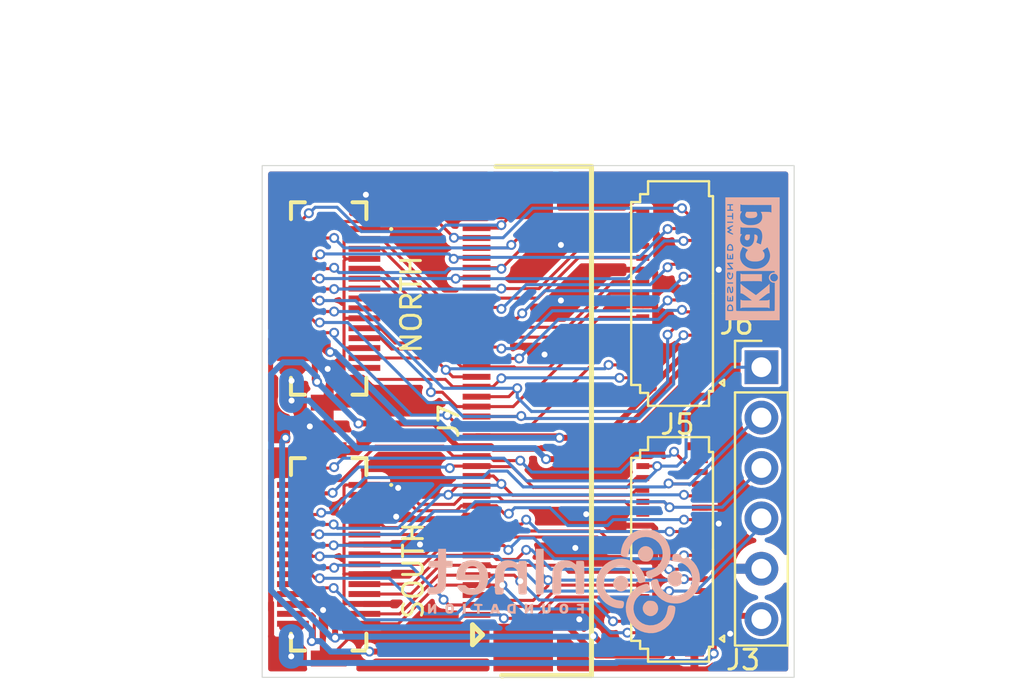
<source format=kicad_pcb>
(kicad_pcb (version 20240108) (generator "pcbnew") (generator_version "8.0")
  (layers (0 "F.Cu" signal) (31 "B.Cu" signal) (34 "B.Paste" user) (35 "F.Paste" user) (36 "B.SilkS" user "B.Silkscreen") (37 "F.SilkS" user "F.Silkscreen") (38 "B.Mask" user) (39 "F.Mask" user) (44 "Edge.Cuts" user))
  (net 0 "")
  (net 1 "GND")
  (net 2 "/5V0")
  (net 3 "/CK+")
  (net 4 "/DE")
  (net 5 "/CK-")
  (net 6 "/B1")
  (net 7 "/G0")
  (net 8 "/G1")
  (net 9 "/HSYNC")
  (net 10 "/VIO")
  (net 11 "/3V3")
  (net 12 "/VSYNC")
  (net 13 "/B0")
  (net 14 "/SCL")
  (net 15 "/SDA")
  (net 16 "/LVDS_E2-")
  (net 17 "/LVDS_E0-")
  (net 18 "/LVDS_E1-")
  (net 19 "/B6")
  (net 20 "/B7")
  (net 21 "/BL_EN")
  (net 22 "/BL_PWM")
  (net 23 "/TP_X1")
  (net 24 "/TP_X2")
  (net 25 "/SCL2")
  (net 26 "/G4")
  (net 27 "/SDA2")
  (net 28 "/TP_Y1")
  (net 29 "/HPD2")
  (net 30 "/TP_Y2")
  (net 31 "/G5")
  (net 32 "/R1")
  (net 33 "/R0")
  (net 35 "/LVDS_E2+")
  (net 36 "/LVDS_E0+")
  (net 37 "/LVDS_E1+")
  (net 39 "/HPD{slash}ID")
  (net 40 "/LVDS_OC+")
  (net 41 "/LVDS_O0-")
  (net 42 "/LVDS_O2+")
  (net 43 "/LVDS_O0+")
  (net 44 "/LVDS_O1+")
  (net 45 "/LVDS_O1-")
  (net 46 "/LVDS_O2-")
  (net 47 "/LVDS_OC-")
  (net 48 "/PCLK")
  (footprint "Connector_FFC-FPC:Hirose_FH26-31S-0.3SHW_2Rows-31Pins-1MP_P0.60mm_Horizontal" (layer "F.Cu") (at 148.8 95.35 180)
    (property "Reference" "J3")
    (property "Value" "Conn_01x31")
  )
  (footprint "Library:DF12NB3030DP05V51" (layer "F.Cu") (at 131.5 95.6 90)
    (property "Reference" "J4" (hide yes))
    (property "Value" "DF12NB(3.0)-30DS-0.5V(51)" (hide yes))
  )
  (footprint "Connector_FFC-FPC:Hirose_FH26-31S-0.3SHW_2Rows-31Pins-1MP_P0.60mm_Horizontal" (layer "F.Cu") (at 148.8 82.45 180)
    (property "Reference" "J5")
    (property "Value" "Conn_01x31")
  )
  (footprint "Connector_PinHeader_2.54mm:PinHeader_1x06_P2.54mm_Vertical" (layer "F.Cu") (at 153.3 86.165)
    (property "Reference" "J6")
    (property "Value" "Conn_01x06")
  )
  (footprint "Library:DF12NB3030DP05V51" (layer "F.Cu") (at 131.5 82.7 90)
    (property "Reference" "J1" (hide yes))
    (property "Value" "DF12NB(3.0)-30DS-0.5V(51)" (hide yes))
  )
  (footprint "Library:FPC-SMD_40P-P0.50_L4.4-W25.6" (layer "F.Cu") (at 140.125 88.9 90)
    (property "Reference" "J7")
    (property "Value" "Combined I/O")
  )
  (footprint "LOGO" (layer "B.Cu") (at 143.35 96.95 180)
    (property "Reference" "G***" (hide yes))
    (property "Value" "LOGO" (hide yes))
  )
  (footprint "LOGO" (layer "B.Cu") (at 152.853696 80.7 90)
    (property "Reference" "G***" (hide yes))
    (property "Value" "LOGO" (hide yes))
  )
  (gr_rect (start 128.15 76) (end 154.95 101.8) (stroke (width 0.05)) (fill none) (layer "Edge.Cuts"))
  (gr_text "SOUTH" (at 136.35 98.95 90) (layer "F.SilkS") (effects (font (size 1 1)) (justify left bottom)))
  (gr_text "NORTH" (at 136.25 85.55 90) (layer "F.SilkS") (effects (font (size 1 1)) (justify left bottom)))
  (segment (start 133.2056 99.5225) (end 132.4455 99.5225) (width 0.154) (layer "F.Cu") (net 1))
  (segment (start 147.95 85.3) (end 147.95 83.35) (width 0.3) (layer "F.Cu") (net 1))
  (segment (start 131.152 98.473) (end 131.152 99.318525) (width 0.3) (layer "F.Cu") (net 1))
  (segment (start 132.273 95.154668) (end 132.336834 95.090834) (width 0.154) (layer "F.Cu") (net 1))
  (segment (start 132.25 98.102672) (end 132.25 99.454) (width 0.154) (layer "F.Cu") (net 1))
  (segment (start 147.8 95.95) (end 147.325 95.95) (width 0.3) (layer "F.Cu") (net 1))
  (segment (start 133.279583 85.195417) (end 132.279583 85.195417) (width 0.154) (layer "F.Cu") (net 1))
  (segment (start 130.653575 85.245417) (end 129.679583 85.245417) (width 0.154) (layer "F.Cu") (net 1))
  (segment (start 132.273 82.35) (end 132.273 80.795328) (width 0.154) (layer "F.Cu") (net 1))
  (segment (start 132.4455 99.5225) (end 132.273 99.35) (width 0.154) (layer "F.Cu") (net 1))
  (segment (start 131.218204 98.406796) (end 130.961408 98.15) (width 0.3) (layer "F.Cu") (net 1))
  (segment (start 132.261838 96.590834) (end 132.273 96.579672) (width 0.154) (layer "F.Cu") (net 1))
  (segment (start 132.273 92.173) (end 132.346 92.1) (width 0.154) (layer "F.Cu") (net 1))
  (segment (start 131.511838 89.55) (end 131.493838 89.532) (width 0.296) (layer "F.Cu") (net 1))
  (segment (start 133.290834 96.590834) (end 132.261838 96.590834) (width 0.154) (layer "F.Cu") (net 1))
  (segment (start 132.273 96.579672) (end 132.273 95.154668) (width 0.154) (layer "F.Cu") (net 1))
  (segment (start 147.8 94.15) (end 147.325 94.15) (width 0.3) (layer "F.Cu") (net 1))
  (segment (start 132.279583 85.195417) (end 132.273 85.188834) (width 0.154) (layer "F.Cu") (net 1))
  (segment (start 147.95 83.15) (end 147.85 83.05) (width 0.3) (layer "F.Cu") (net 1))
  (segment (start 132.475 99.875) (end 131.5 100.85) (width 0.154) (layer "F.Cu") (net 1))
  (segment (start 133.45 93.6) (end 133.3 93.6) (width 0.3) (layer "F.Cu") (net 1))
  (segment (start 132.273 93.527) (end 132.273 92.173) (width 0.154) (layer "F.Cu") (net 1))
  (segment (start 132.25 99.454) (end 132.475 99.679) (width 0.154) (layer "F.Cu") (net 1))
  (segment (start 147.85 83.05) (end 147.325 83.05) (width 0.3) (layer "F.Cu") (net 1))
  (segment (start 131.45 86.25) (end 131.177 85.977) (width 0.154) (layer "F.Cu") (net 1))
  (segment (start 132.346 93.6) (end 132.273 93.527) (width 0.154) (layer "F.Cu") (net 1))
  (segment (start 132.273 83.688834) (end 132.273 82.241506) (width 0.154) (layer "F.Cu") (net 1))
  (segment (start 131.493838 89.532) (end 131.493838 87.941834) (width 0.296) (layer "F.Cu") (net 1))
  (segment (start 132.346 92.1) (end 133.3 92.1) (width 0.154) (layer "F.Cu") (net 1))
  (segment (start 133.374332 77.468369) (end 131.518369 77.468369) (width 0.296) (layer "F.Cu") (net 1))
  (segment (start 130.961408 98.15) (end 129.75 98.15) (width 0.3) (layer "F.Cu") (net 1))
  (segment (start 132.273 83.754328) (end 132.322745 83.704583) (width 0.154) (layer "F.Cu") (net 1))
  (segment (start 131.511838 90.340334) (end 131.511838 89.141334) (width 0.296) (layer "F.Cu") (net 1))
  (segment (start 132.475 99.679) (end 132.475 99.875) (width 0.154) (layer "F.Cu") (net 1))
  (segment (start 133.452 93.602) (end 133.45 93.6) (width 0.3) (layer "F.Cu") (net 1))
  (segment (start 133.317745 80.704583) (end 132.363745 80.704583) (width 0.154) (layer "F.Cu") (net 1))
  (segment (start 132.273 95.225) (end 132.273 93.673) (width 0.154) (layer "F.Cu") (net 1))
  (segment (start 147.95 94.3) (end 147.8 94.15) (width 0.3) (layer "F.Cu") (net 1))
  (segment (start 133.223345 86.627083) (end 132.350083 86.627083) (width 0.154) (layer "F.Cu") (net 1))
  (segment (start 147.95 95.05) (end 147.95 94.3) (width 0.3) (layer "F.Cu") (net 1))
  (segment (start 131.518369 77.468369) (end 131.5 77.45) (width 0.296) (layer "F.Cu") (net 1))
  (segment (start 132.261838 98.090834) (end 132.273 98.079672) (width 0.154) (layer "F.Cu") (net 1))
  (segment (start 133.3 93.6) (end 132.346 93.6) (width 0.154) (layer "F.Cu") (net 1))
  (segment (start 132.363745 79.204583) (end 133.317745 79.204583) (width 0.154) (layer "F.Cu") (net 1))
  (segment (start 132.273 93.673) (end 132.346 93.6) (width 0.154) (layer "F.Cu") (net 1))
  (segment (start 147.8 81.25) (end 147.325 81.25) (width 0.3) (layer "F.Cu") (net 1))
  (segment (start 132.273 82.241506) (end 132.319089 82.195417) (width 0.154) (layer "F.Cu") (net 1))
  (segment (start 131.177 85.768842) (end 130.653575 85.245417) (width 0.154) (layer "F.Cu") (net 1))
  (segment (start 131.218204 98.406796) (end 131.152 98.473) (width 0.3) (layer "F.Cu") (net 1))
  (segment (start 132.319089 82.195417) (end 133.308579 82.195417) (width 0.154) (layer "F.Cu") (net 1))
  (segment (start 147.95 83.35) (end 147.95 81.4) (width 0.3) (layer "F.Cu") (net 1))
  (segment (start 134.9 93.7) (end 134.802 93.602) (width 0.3) (layer "F.Cu") (net 1))
  (segment (start 132.273 87.199328) (end 131.517745 87.954583) (width 0.154) (layer "F.Cu") (net 1))
  (segment (start 129.75 98.15) (end 129.7 98.1) (width 0.3) (layer "F.Cu") (net 1))
  (segment (start 134.802 93.602) (end 133.452 93.602) (width 0.3) (layer "F.Cu") (net 1))
  (segment (start 147.8 85.45) (end 147.95 85.3) (width 0.3) (layer "F.Cu") (net 1))
  (segment (start 147.325 85.45) (end 147.8 85.45) (width 0.3) (layer "F.Cu") (net 1))
  (segment (start 147.95 98.35) (end 147.95 96.1) (width 0.3) (layer "F.Cu") (net 1))
  (segment (start 132.273 98.079672) (end 132.273 96.632) (width 0.154) (layer "F.Cu") (net 1))
  (segment (start 132.279583 83.695417) (end 132.273 83.688834) (width 0.154) (layer "F.Cu") (net 1))
  (segment (start 131.204 99.370525) (end 131.204 100.554) (width 0.3) (layer "F.Cu") (net 1))
  (segment (start 132.336834 95.090834) (end 133.290834 95.090834) (width 0.154) (layer "F.Cu") (net 1))
  (segment (start 132.363745 80.704583) (end 132.273 80.613838) (width 0.154) (layer "F.Cu") (net 1))
  (segment (start 132.273 96.632) (end 132.305 96.6) (width 0.154) (layer "F.Cu") (net 1))
  (segment (start 147.95 95.05) (end 150.75 95.05) (width 0.3) (layer "F.Cu") (net 1))
  (segment (start 132.273 80.795328) (end 132.363745 80.704583) (width 0.154) (layer "F.Cu") (net 1))
  (segment (start 151.15 94.65) (end 151.15 94.05) (width 0.3) (layer "F.Cu") (net 1))
  (segment (start 132.273 80.613838) (end 132.273 79.295328) (width 0.154) (layer "F.Cu") (net 1))
  (segment (start 147.95 81.4) (end 147.8 81.25) (width 0.3) (layer "F.Cu") (net 1))
  (segment (start 150.75 95.05) (end 151.15 94.65) (width 0.3) (layer "F.Cu") (net 1))
  (segment (start 131.177 85.977) (end 131.177 85.768842) (width 0.154) (layer "F.Cu") (net 1))
  (segment (start 147.95 96.1) (end 147.8 95.95) (width 0.3) (layer "F.Cu") (net 1))
  (segment (start 132.261838 98.090834) (end 132.25 98.102672) (width 0.154) (layer "F.Cu") (net 1))
  (segment (start 133.261838 98.090834) (end 132.261838 98.090834) (width 0.154) (layer "F.Cu") (net 1))
  (segment (start 131.152 99.318525) (end 131.204 99.370525) (width 0.3) (layer "F.Cu") (net 1))
  (segment (start 132.279583 85.195417) (end 132.273 85.202) (width 0.154) (layer "F.Cu") (net 1))
  (segment (start 133.308579 83.695417) (end 132.279583 83.695417) (width 0.154) (layer "F.Cu") (net 1))
  (segment (start 132.273 79.295328) (end 132.363745 79.204583) (width 0.154) (layer "F.Cu") (net 1))
  (segment (start 147.325 98.35) (end 147.95 98.35) (width 0.3) (layer "F.Cu") (net 1))
  (segment (start 132.273 85.188834) (end 132.273 83.754328) (width 0.154) (layer "F.Cu") (net 1))
  (segment (start 147.95 83.35) (end 147.95 83.15) (width 0.3) (layer "F.Cu") (net 1))
  (segment (start 147.95 96.1) (end 147.95 95.05) (width 0.3) (layer "F.Cu") (net 1))
  (segment (start 132.273 85.202) (end 132.273 87.199328) (width 0.154) (layer "F.Cu") (net 1))
  (segment (start 131.204 100.554) (end 131.5 100.85) (width 0.3) (layer "F.Cu") (net 1))
  (via (at 133.374332 77.468369) (size 0.5) (drill 0.3) (layers "F.Cu" "B.Cu") (net 1))
  (via (at 131.45 86.25) (size 0.5) (drill 0.3) (layers "F.Cu" "B.Cu") (net 1))
  (via (at 131.218204 98.406796) (size 0.5) (drill 0.3) (layers "F.Cu" "B.Cu") (net 1))
  (via (at 135 92.25) (size 0.5) (drill 0.3) (layers "F.Cu" "B.Cu") (net 1))
  (via (at 134.9 93.7) (size 0.5) (drill 0.3) (layers "F.Cu" "B.Cu") (net 1))
  (via (at 143.925 95.275) (size 0.5) (drill 0.3) (layers "F.Cu" "B.Cu") (net 1))
  (via (at 143.2 82.8) (size 0.5) (drill 0.3) (layers "F.Cu" "B.Cu") (net 1))
  (via (at 151.15 94.05) (size 0.5) (drill 0.3) (layers "F.Cu" "B.Cu") (net 1))
  (via (at 151.15 81.25) (size 0.5) (drill 0.3) (layers "F.Cu" "B.Cu") (net 1))
  (via (at 130.55 89.15) (size 0.5) (drill 0.3) (layers "F.Cu" "B.Cu") (net 1))
  (via (at 151.725 99.6) (size 0.5) (drill 0.3) (layers "F.Cu" "B.Cu") (net 1))
  (via (at 136.1 95.1) (size 0.5) (drill 0.3) (layers "F.Cu" "B.Cu") (net 1))
  (via (at 144.475 93.575) (size 0.5) (drill 0.3) (layers "F.Cu" "B.Cu") (net 1))
  (via (at 142.375 85.525) (size 0.5) (drill 0.3) (layers "F.Cu" "B.Cu") (net 1))
  (via (at 144.125 98.875) (size 0.5) (drill 0.3) (layers "F.Cu" "B.Cu") (net 1))
  (via (at 143.2 80) (size 0.5) (drill 0.3) (layers "F.Cu" "B.Cu") (net 1))
  (segment (start 144.875 99.725) (end 144.825 99.725) (width 0.3) (layer "F.Cu") (net 2))
  (segment (start 147.6 100.25) (end 148 99.85) (width 0.3) (layer "F.Cu") (net 2))
  (segment (start 148 99.85) (end 148 99.6) (width 0.3) (layer "F.Cu") (net 2))
  (segment (start 145.4 100.25) (end 144.875 99.725) (width 0.3) (layer "F.Cu") (net 2))
  (segment (start 131.825 98.794724) (end 131.82152 98.791244) (width 0.3) (layer "F.Cu") (net 2))
  (segment (start 143.05 89.65) (end 143.125 89.725) (width 0.3) (layer "F.Cu") (net 2))
  (segment (start 145.4 100.25) (end 147.6 100.25) (width 0.3) (layer "F.Cu") (net 2))
  (segment (start 143.125 89.725) (end 145.325 89.725) (width 0.3) (layer "F.Cu") (net 2))
  (segment (start 145.325 89.725) (end 147.825 87.225) (width 0.3) (layer "F.Cu") (net 2))
  (segment (start 149.55 98.05) (end 150.25 98.05) (width 0.3) (layer "F.Cu") (net 2))
  (segment (start 129.325 89.725) (end 128.6 89) (width 0.3) (layer "F.Cu") (net 2))
  (segment (start 130.595417 84.695417) (end 129.679583 84.695417) (width 0.154) (layer "F.Cu") (net 2))
  (segment (start 131.825 99.8) (end 131.825 98.794724) (width 0.3) (layer "F.Cu") (net 2))
  (segment (start 131.263834 97.663834) (end 130.694604 97.663834) (width 0.3) (layer "F.Cu") (net 2))
  (segment (start 147.875 87.05) (end 149.775 85.15) (width 0.3) (layer "F.Cu") (net 2))
  (segment (start 131.575 85.4) (end 131.3 85.4) (width 0.154) (layer "F.Cu") (net 2))
  (segment (start 148 99.6) (end 149.55 98.05) (width 0.3) (layer "F.Cu") (net 2))
  (segment (start 131.82152 98.22152) (end 131.263834 97.663834) (width 0.3) (layer "F.Cu") (net 2))
  (segment (start 130.694604 97.663834) (end 130.63077 97.6) (width 0.3) (layer "F.Cu") (net 2))
  (segment (start 131.82152 98.791244) (end 131.82152 98.22152) (width 0.3) (layer "F.Cu") (net 2))
  (segment (start 147.875 87.225) (end 147.875 87.05) (width 0.3) (layer "F.Cu") (net 2))
  (segment (start 128.6 84.75) (end 128.658166 84.691834) (width 0.3) (layer "F.Cu") (net 2))
  (segment (start 138.95 89.65) (end 143.05 89.65) (width 0.3) (layer "F.Cu") (net 2))
  (segment (start 128.658166 84.691834) (end 129.7 84.691834) (width 0.3) (layer "F.Cu") (net 2))
  (segment (start 149.775 85.15) (end 150.125 85.15) (width 0.3) (layer "F.Cu") (net 2))
  (segment (start 147.825 87.225) (end 147.875 87.225) (width 0.3) (layer "F.Cu") (net 2))
  (segment (start 128.6 85.5) (end 128.6 84.75) (width 0.3) (layer "F.Cu") (net 2))
  (segment (start 130.63077 97.6) (end 129.7 97.6) (width 0.3) (layer "F.Cu") (net 2))
  (segment (start 131.3 85.4) (end 130.595417 84.695417) (width 0.154) (layer "F.Cu") (net 2))
  (via (at 129.325 89.725) (size 0.5) (drill 0.3) (layers "F.Cu" "B.Cu") (net 2))
  (via (at 144.825 99.725) (size 0.5) (drill 0.3) (layers "F.Cu" "B.Cu") (net 2))
  (via (at 131.825 99.8) (size 0.5) (drill 0.3) (layers "F.Cu" "B.Cu") (net 2))
  (via (at 131.575 85.4) (size 0.5) (drill 0.3) (layers "F.Cu" "B.Cu") (net 2))
  (via (at 143.125 89.725) (size 0.5) (drill 0.3) (layers "F.Cu" "B.Cu") (net 2))
  (segment (start 137.841525 89.725) (end 137.068525 88.952) (width 0.3) (layer "B.Cu") (net 2))
  (segment (start 129.154583 97.304583) (end 129.154583 89.895417) (width 0.3) (layer "B.Cu") (net 2))
  (segment (start 129.154583 89.895417) (end 129.325 89.725) (width 0.3) (layer "B.Cu") (net 2))
  (segment (start 131.875 99.75) (end 144.8 99.75) (width 0.3) (layer "B.Cu") (net 2))
  (segment (start 144.8 99.75) (end 144.825 99.725) (width 0.3) (layer "B.Cu") (net 2))
  (segment (start 143.125 89.725) (end 137.841525 89.725) (width 0.3) (layer "B.Cu") (net 2))
  (segment (start 137.068525 88.952) (end 135.365162 88.952) (width 0.3) (layer "B.Cu") (net 2))
  (segment (start 131.825 99.8) (end 131.875 99.75) (width 0.3) (layer "B.Cu") (net 2))
  (segment (start 131.825 99.8) (end 131.65 99.8) (width 0.3) (layer "B.Cu") (net 2))
  (segment (start 131.813162 85.4) (end 131.575 85.4) (width 0.3) (layer "B.Cu") (net 2))
  (segment (start 131.65 99.8) (end 129.154583 97.304583) (width 0.3) (layer "B.Cu") (net 2))
  (segment (start 135.365162 88.952) (end 131.813162 85.4) (width 0.3) (layer "B.Cu") (net 2))
  (segment (start 140.025 92.65) (end 138.25 92.65) (width 0.154) (layer "F.Cu") (net 3))
  (segment (start 138.25 92.65) (end 137.820751 93.079249) (width 0.154) (layer "F.Cu") (net 3))
  (segment (start 147.046 93.55) (end 146.421 92.925) (width 0.154) (layer "F.Cu") (net 3))
  (segment (start 140.3 92.925) (end 140.025 92.65) (width 0.154) (layer "F.Cu") (net 3))
  (segment (start 135.710921 92.731) (end 134.31492 92.731) (width 0.154) (layer "F.Cu") (net 3))
  (segment (start 147.375 93.55) (end 147.046 93.55) (width 0.154) (layer "F.Cu") (net 3))
  (segment (start 136.05917 93.079249) (end 135.710921 92.731) (width 0.154) (layer "F.Cu") (net 3))
  (segment (start 134.18392 92.6) (end 133.3 92.6) (width 0.154) (layer "F.Cu") (net 3))
  (segment (start 137.820751 93.079249) (end 136.05917 93.079249) (width 0.154) (layer "F.Cu") (net 3))
  (segment (start 146.421 92.925) (end 140.3 92.925) (width 0.154) (layer "F.Cu") (net 3))
  (segment (start 134.31492 92.731) (end 134.18392 92.6) (width 0.154) (layer "F.Cu") (net 3))
  (segment (start 140.7 80) (end 141.85 78.85) (width 0.154) (layer "F.Cu") (net 4))
  (segment (start 130.579583 80.195417) (end 129.679583 80.195417) (width 0.154) (layer "F.Cu") (net 4))
  (segment (start 140.55 80.15) (end 138.95 80.15) (width 0.154) (layer "F.Cu") (net 4))
  (segment (start 141.85 78.85) (end 147.325 78.85) (width 0.154) (layer "F.Cu") (net 4))
  (segment (start 131.775 79.65) (end 131.125 79.65) (width 0.154) (layer "F.Cu") (net 4))
  (segment (start 140.7 80) (end 140.55 80.15) (width 0.154) (layer "F.Cu") (net 4))
  (segment (start 131.125 79.65) (end 130.579583 80.195417) (width 0.154) (layer "F.Cu") (net 4))
  (via (at 140.7 80) (size 0.5) (drill 0.3) (layers "F.Cu" "B.Cu") (net 4))
  (via (at 131.775 79.65) (size 0.5) (drill 0.3) (layers "F.Cu" "B.Cu") (net 4))
  (segment (start 132.275 80.15) (end 140.55 80.15) (width 0.154) (layer "B.Cu") (net 4))
  (segment (start 131.775 79.65) (end 132.275 80.15) (width 0.154) (layer "B.Cu") (net 4))
  (segment (start 140.55 80.15) (end 140.7 80) (width 0.154) (layer "B.Cu") (net 4))
  (segment (start 150.25 93.85) (end 149.4 93.85) (width 0.154) (layer "F.Cu") (net 5))
  (segment (start 135.725 93.175) (end 133.375 93.175) (width 0.154) (layer "F.Cu") (net 5))
  (segment (start 135.95 93.4) (end 135.725 93.175) (width 0.154) (layer "F.Cu") (net 5))
  (segment (start 139.950001 93.15) (end 138.179921 93.15) (width 0.154) (layer "F.Cu") (net 5))
  (segment (start 133.375 93.175) (end 133.3 93.1) (width 0.154) (layer "F.Cu") (net 5))
  (segment (start 138.179921 93.15) (end 137.929921 93.4) (width 0.154) (layer "F.Cu") (net 5))
  (segment (start 140.575 93.55) (end 140.350001 93.55) (width 0.154) (layer "F.Cu") (net 5))
  (segment (start 137.929921 93.4) (end 135.95 93.4) (width 0.154) (layer "F.Cu") (net 5))
  (segment (start 140.350001 93.55) (end 139.950001 93.15) (width 0.154) (layer "F.Cu") (net 5))
  (via (at 149.4 93.85) (size 0.5) (drill 0.3) (layers "F.Cu" "B.Cu") (net 5))
  (via (at 140.575 93.55) (size 0.5) (drill 0.3) (layers "F.Cu" "B.Cu") (net 5))
  (segment (start 142.65 93.25) (end 143.546 94.146) (width 0.154) (layer "B.Cu") (net 5))
  (segment (start 145.846 93.85) (end 149.4 93.85) (width 0.154) (layer "B.Cu") (net 5))
  (segment (start 145.55 94.146) (end 145.846 93.85) (width 0.154) (layer "B.Cu") (net 5))
  (segment (start 140.575 93.55) (end 140.875 93.25) (width 0.154) (layer "B.Cu") (net 5))
  (segment (start 140.875 93.25) (end 142.65 93.25) (width 0.154) (layer "B.Cu") (net 5))
  (segment (start 143.546 94.146) (end 145.55 94.146) (width 0.154) (layer "B.Cu") (net 5))
  (segment (start 149.375 93.825) (end 149.4 93.85) (width 0.154) (layer "B.Cu") (net 5))
  (segment (start 140.05 79.15) (end 138.95 79.15) (width 0.154) (layer "F.Cu") (net 6))
  (segment (start 146.55 78.546) (end 146.846 78.25) (width 0.154) (layer "F.Cu") (net 6))
  (segment (start 140.2 79) (end 140.05 79.15) (width 0.154) (layer "F.Cu") (net 6))
  (segment (start 146.846 78.25) (end 147.325 78.25) (width 0.154) (layer "F.Cu") (net 6))
  (segment (start 140.2 79) (end 140.654 78.546) (width 0.154) (layer "F.Cu") (net 6))
  (segment (start 129.7 79.2) (end 130.5 78.4) (width 0.154) (layer "F.Cu") (net 6))
  (segment (start 140.654 78.546) (end 146.55 78.546) (width 0.154) (layer "F.Cu") (net 6))
  (via (at 140.2 79) (size 0.5) (drill 0.3) (layers "F.Cu" "B.Cu") (net 6))
  (via (at 130.5 78.4) (size 0.5) (drill 0.3) (layers "F.Cu" "B.Cu") (net 6))
  (segment (start 131.925 78.1) (end 130.822328 78.1) (width 0.154) (layer "B.Cu") (net 6))
  (segment (start 130.822328 78.1) (end 130.517745 78.404583) (width 0.154) (layer "B.Cu") (net 6))
  (segment (start 140.2 79) (end 137.4 79) (width 0.154) (layer "B.Cu") (net 6))
  (segment (start 133.15 79.325) (end 131.925 78.1) (width 0.154) (layer "B.Cu") (net 6))
  (segment (start 137.075 79.325) (end 133.15 79.325) (width 0.154) (layer "B.Cu") (net 6))
  (segment (start 137.4 79) (end 137.075 79.325) (width 0.154) (layer "B.Cu") (net 6))
  (segment (start 150.125 84.55) (end 149.375 84.55) (width 0.154) (layer "F.Cu") (net 7))
  (segment (start 130.620675 83.695417) (end 129.679583 83.695417) (width 0.154) (layer "F.Cu") (net 7))
  (segment (start 141.175 88.65) (end 141.2 88.625) (width 0.154) (layer "F.Cu") (net 7))
  (segment (start 131.05 83.910417) (end 130.835675 83.910417) (width 0.154) (layer "F.Cu") (net 7))
  (segment (start 130.835675 83.910417) (end 130.620675 83.695417) (width 0.154) (layer "F.Cu") (net 7))
  (segment (start 138.95 88.65) (end 141.175 88.65) (width 0.154) (layer "F.Cu") (net 7))
  (via (at 131.05 83.910417) (size 0.5) (drill 0.3) (layers "F.Cu" "B.Cu") (net 7))
  (via (at 141.2 88.625) (size 0.5) (drill 0.3) (layers "F.Cu" "B.Cu") (net 7))
  (via (at 149.375 84.55) (size 0.5) (drill 0.3) (layers "F.Cu" "B.Cu") (net 7))
  (segment (start 147.15 88.75) (end 148.879 87.021) (width 0.154) (layer "B.Cu") (net 7))
  (segment (start 137.564842 87.95) (end 138.264842 88.65) (width 0.154) (layer "B.Cu") (net 7))
  (segment (start 148.879 87.021) (end 148.879 85.046) (width 0.154) (layer "B.Cu") (net 7))
  (segment (start 131.05 83.910417) (end 132.45518 83.910417) (width 0.154) (layer "B.Cu") (net 7))
  (segment (start 141.325 88.75) (end 147.15 88.75) (width 0.154) (layer "B.Cu") (net 7))
  (segment (start 148.879 85.046) (end 149.375 84.55) (width 0.154) (layer "B.Cu") (net 7))
  (segment (start 141.2 88.625) (end 141.325 88.75) (width 0.154) (layer "B.Cu") (net 7))
  (segment (start 141.175 88.65) (end 141.2 88.625) (width 0.154) (layer "B.Cu") (net 7))
  (segment (start 132.45518 83.910417) (end 136.494763 87.95) (width 0.154) (layer "B.Cu") (net 7))
  (segment (start 136.494763 87.95) (end 137.564842 87.95) (width 0.154) (layer "B.Cu") (net 7))
  (segment (start 138.264842 88.65) (end 141.175 88.65) (width 0.154) (layer "B.Cu") (net 7))
  (segment (start 140.175 82.225) (end 138.95 82.225) (width 0.154) (layer "F.Cu") (net 8))
  (segment (start 147.325 80.05) (end 144.25 80.05) (width 0.15) (layer "F.Cu") (net 8))
  (segment (start 131.775 82.225) (end 130.629141 82.225) (width 0.154) (layer "F.Cu") (net 8))
  (segment (start 144.25 80.05) (end 142.1 82.2) (width 0.15) (layer "F.Cu") (net 8))
  (segment (start 130.629141 82.225) (end 130.599558 82.195417) (width 0.154) (layer "F.Cu") (net 8))
  (segment (start 140.2 82.2) (end 140.175 82.225) (width 0.154) (layer "F.Cu") (net 8))
  (segment (start 130.599558 82.195417) (end 129.679583 82.195417) (width 0.154) (layer "F.Cu") (net 8))
  (segment (start 142.1 82.2) (end 140.2 82.2) (width 0.15) (layer "F.Cu") (net 8))
  (via (at 140.2 82.2) (size 0.5) (drill 0.3) (layers "F.Cu" "B.Cu") (net 8))
  (via (at 131.775 82.225) (size 0.5) (drill 0.3) (layers "F.Cu" "B.Cu") (net 8))
  (segment (start 131.775 82.225) (end 140.175 82.225) (width 0.154) (layer "B.Cu") (net 8))
  (segment (start 140.175 82.225) (end 140.2 82.2) (width 0.154) (layer "B.Cu") (net 8))
  (segment (start 131.729583 81.195417) (end 129.679583 81.195417) (width 0.154) (layer "F.Cu") (net 9))
  (segment (start 140.2 81.2) (end 141.95 79.45) (width 0.154) (layer "F.Cu") (net 9))
  (segment (start 141.95 79.45) (end 147.325 79.45) (width 0.154) (layer "F.Cu") (net 9))
  (segment (start 131.775 81.15) (end 131.729583 81.195417) (width 0.154) (layer "F.Cu") (net 9))
  (segment (start 140.15 81.15) (end 139.025 81.15) (width 0.154) (layer "F.Cu") (net 9))
  (segment (start 140.2 81.2) (end 140.15 81.15) (width 0.154) (layer "F.Cu") (net 9))
  (via (at 131.775 81.15) (size 0.5) (drill 0.3) (layers "F.Cu" "B.Cu") (net 9))
  (via (at 140.2 81.2) (size 0.5) (drill 0.3) (layers "F.Cu" "B.Cu") (net 9))
  (segment (start 137.358583 81.391417) (end 137.55 81.2) (width 0.154) (layer "B.Cu") (net 9))
  (segment (start 131.775 81.15) (end 132.016417 81.391417) (width 0.154) (layer "B.Cu") (net 9))
  (segment (start 132.016417 81.391417) (end 137.358583 81.391417) (width 0.154) (layer "B.Cu") (net 9))
  (segment (start 137.55 81.2) (end 140.2 81.2) (width 0.154) (layer "B.Cu") (net 9))
  (segment (start 139.65 100.5) (end 133.55 100.5) (width 0.3) (layer "F.Cu") (net 10))
  (segment (start 142.220525 90.246) (end 142.679475 90.246) (width 0.3) (layer "F.Cu") (net 10))
  (segment (start 149.625 98.7) (end 149.4 98.925) (width 0.3) (layer "F.Cu") (net 10))
  (segment (start 130.8 85.925) (end 130.575 85.7) (width 0.3) (layer "F.Cu") (net 10))
  (segment (start 145.457396 90.279) (end 148.325 87.411396) (width 0.3) (layer "F.Cu") (net 10))
  (segment (start 130.65 99.975) (end 130.775 99.85) (width 0.154) (layer "F.Cu") (net 10))
  (segment (start 143.6 99.3) (end 140.85 99.3) (width 0.3) (layer "F.Cu") (net 10))
  (segment (start 139.804 90.279) (end 142.187525 90.279) (width 0.3) (layer "F.Cu") (net 10))
  (segment (start 130.654 98.6) (end 129.7 98.6) (width 0.154) (layer "F.Cu") (net 10))
  (segment (start 142.712475 90.279) (end 145.457396 90.279) (width 0.3) (layer "F.Cu") (net 10))
  (segment (start 140.85 99.3) (end 139.65 100.5) (width 0.3) (layer "F.Cu") (net 10))
  (segment (start 148.325 87.236396) (end 149.811396 85.75) (width 0.3) (layer "F.Cu") (net 10))
  (segment (start 130.8 86.786838) (end 130.8 85.925) (width 0.3) (layer "F.Cu") (net 10))
  (segment (start 153.3 98.865) (end 153.135 98.7) (width 0.3) (layer "F.Cu") (net 10))
  (segment (start 137.975 90.15) (end 139.675 90.15) (width 0.3) (layer "F.Cu") (net 10))
  (segment (start 149.4 99.6) (end 148.3 100.7) (width 0.3) (layer "F.Cu") (net 10))
  (segment (start 139.675 90.15) (end 139.804 90.279) (width 0.3) (layer "F.Cu") (net 10))
  (segment (start 149.4 98.925) (end 149.4 99.6) (width 0.3) (layer "F.Cu") (net 10))
  (segment (start 130.917745 86.904583) (end 130.8 86.786838) (width 0.3) (layer "F.Cu") (net 10))
  (segment (start 142.187525 90.279) (end 142.220525 90.246) (width 0.3) (layer "F.Cu") (net 10))
  (segment (start 149.986396 85.75) (end 150.125 85.75) (width 0.3) (layer "F.Cu") (net 10))
  (segment (start 148.325 87.411396) (end 148.325 87.236396) (width 0.3) (layer "F.Cu") (net 10))
  (segment (start 130.775 99.85) (end 130.775 98.721) (width 0.154) (layer "F.Cu") (net 10))
  (segment (start 136.825 89) (end 137.975 90.15) (width 0.3) (layer "F.Cu") (net 10))
  (segment (start 142.679475 90.246) (end 142.712475 90.279) (width 0.3) (layer "F.Cu") (net 10))
  (segment (start 148.3 100.7) (end 145 100.7) (width 0.3) (layer "F.Cu") (net 10))
  (segment (start 133 89) (end 136.825 89) (width 0.3) (layer "F.Cu") (net 10))
  (segment (start 153.135 98.7) (end 149.625 98.7) (width 0.3) (layer "F.Cu") (net 10))
  (segment (start 130.575 85.7) (end 129.822328 85.7) (width 0.3) (layer "F.Cu") (net 10))
  (segment (start 145 100.7) (end 143.6 99.3) (width 0.3) (layer "F.Cu") (net 10))
  (segment (start 130.775 98.721) (end 130.654 98.6) (width 0.154) (layer "F.Cu") (net 10))
  (segment (start 149.811396 85.75) (end 150.2 85.75) (width 0.3) (layer "F.Cu") (net 10))
  (via (at 133.55 100.5) (size 0.5) (drill 0.3) (layers "F.Cu" "B.Cu") (net 10))
  (via (at 133 89) (size 0.5) (drill 0.3) (layers "F.Cu" "B.Cu") (net 10))
  (via (at 130.917745 86.904583) (size 0.5) (drill 0.3) (layers "F.Cu" "B.Cu") (net 10))
  (via (at 130.65 99.975) (size 0.5) (drill 0.3) (layers "F.Cu" "B.Cu") (net 10))
  (segment (start 130.65 99.975) (end 130.65 99.472114) (width 0.3) (layer "B.Cu") (net 10))
  (segment (start 130.171683 85.921683) (end 130.917745 86.667745) (width 0.3) (layer "B.Cu") (net 10))
  (segment (start 133 89) (end 133 88.986838) (width 0.3) (layer "B.Cu") (net 10))
  (segment (start 133 88.986838) (end 130.917745 86.904583) (width 0.3) (layer "B.Cu") (net 10))
  (segment (start 131.075 99.975) (end 131.6 100.5) (width 0.3) (layer "B.Cu") (net 10))
  (segment (start 130.65 99.472114) (end 128.6 97.422114) (width 0.3) (layer "B.Cu") (net 10))
  (segment (start 130.65 99.975) (end 131.075 99.975) (width 0.3) (layer "B.Cu") (net 10))
  (segment (start 129.203317 85.921683) (end 130.171683 85.921683) (width 0.3) (layer "B.Cu") (net 10))
  (segment (start 133.55 100.5) (end 131.6 100.5) (width 0.3) (layer "B.Cu") (net 10))
  (segment (start 133.2 100.5) (end 131.6 100.5) (width 0.3) (layer "B.Cu") (net 10))
  (segment (start 130.917745 86.667745) (end 130.917745 86.904583) (width 0.3) (layer "B.Cu") (net 10))
  (segment (start 128.6 97.422114) (end 128.6 86.525) (width 0.3) (layer "B.Cu") (net 10))
  (segment (start 128.6 86.525) (end 129.203317 85.921683) (width 0.3) (layer "B.Cu") (net 10))
  (segment (start 128.6 99.728996) (end 128.6 98.05) (width 0.3) (layer "F.Cu") (net 11))
  (segment (start 128.6 91.65) (end 129.904 90.346) (width 0.3) (layer "F.Cu") (net 11))
  (segment (start 129.629583 87.845417) (end 129.654583 87.820417) (width 1) (layer "F.Cu") (net 11))
  (segment (start 129.661583 86.256417) (end 129.661583 86.813417) (width 0.3) (layer "F.Cu") (net 11))
  (segment (start 129.161838 99.290834) (end 129.611838 99.740834) (width 0.3) (layer "F.Cu") (net 11))
  (segment (start 129.179583 86.395417) (end 129.629583 86.845417) (width 0.3) (layer "F.Cu") (net 11))
  (segment (start 130.136838 99.215834) (end 129.611838 99.740834) (width 0.3) (layer "F.Cu") (net 11))
  (segment (start 150.2 86.95) (end 150 87.15) (width 0.3) (layer "F.Cu") (net 11))
  (segment (start 145.572792 90.8) (end 142.45 90.8) (width 0.3) (layer "F.Cu") (net 11))
  (segment (start 129.904 90.346) (end 129.904 88.069834) (width 0.3) (layer "F.Cu") (net 11))
  (segment (start 129.904 88.069834) (end 129.654583 87.820417) (width 0.3) (layer "F.Cu") (net 11))
  (segment (start 129.161838 99.140834) (end 129.161838 99.290834) (width 0.3) (layer "F.Cu") (net 11))
  (segment (start 150.2 86.35) (end 150.2 86.95) (width 0.3) (layer "F.Cu") (net 11))
  (segment (start 150.55 99.85) (end 150.25 99.85) (width 0.3) (layer "F.Cu") (net 11))
  (segment (start 129.611838 100.740834) (end 128.6 99.728996) (width 0.3) (layer "F.Cu") (net 11))
  (segment (start 129.179583 86.245417) (end 129.179583 86.395417) (width 0.3) (layer "F.Cu") (net 11))
  (segment (start 150 87.15) (end 149.222792 87.15) (width 0.3) (layer "F.Cu") (net 11))
  (segment (start 150.9 100.2) (end 150.55 99.85) (width 0.3) (layer "F.Cu") (net 11))
  (segment (start 129.636838 100.715834) (end 129.636838 99.765834) (width 1) (layer "F.Cu") (net 11))
  (segment (start 130.154583 86.270417) (end 130.154583 86.320417) (width 0.3) (layer "F.Cu") (net 11))
  (segment (start 128.6 92.75) (end 128.6 91.65) (width 0.3) (layer "F.Cu") (net 11))
  (segment (start 129.654583 87.820417) (end 129.654583 86.870417) (width 1) (layer "F.Cu") (net 11))
  (segment (start 150.9 100.6) (end 150.9 100.2) (width 0.3) (layer "F.Cu") (net 11))
  (segment (start 150.25 99.85) (end 150.25 99.25) (width 0.3) (layer "F.Cu") (net 11))
  (segment (start 129.611838 100.740834) (end 129.636838 100.715834) (width 1) (layer "F.Cu") (net 11))
  (segment (start 130.136838 99.165834) (end 130.136838 99.215834) (width 0.3) (layer "F.Cu") (net 11))
  (segment (start 149.222792 87.15) (end 145.572792 90.8) (width 0.3) (layer "F.Cu") (net 11))
  (segment (start 130.154583 86.320417) (end 129.629583 86.845417) (width 0.3) (layer "F.Cu") (net 11))
  (segment (start 129.643838 99.151834) (end 129.643838 99.708834) (width 0.3) (layer "F.Cu") (net 11))
  (via (at 129.629583 86.845417) (size 0.5) (drill 0.3) (layers "F.Cu" "B.Cu") (net 11))
  (via (at 150.9 100.6) (size 0.5) (drill 0.3) (layers "F.Cu" "B.Cu") (net 11))
  (via (at 142.45 90.8) (size 0.5) (drill 0.3) (layers "F.Cu" "B.Cu") (net 11))
  (via (at 129.611838 100.740834) (size 0.5) (drill 0.3) (layers "F.Cu" "B.Cu") (net 11))
  (via (at 129.629583 87.845417) (size 0.5) (drill 0.3) (layers "F.Cu" "B.Cu") (net 11))
  (via (at 129.611838 99.740834) (size 0.5) (drill 0.3) (layers "F.Cu" "B.Cu") (net 11))
  (segment (start 150.475 101.025) (end 150.9 100.6) (width 0.3) (layer "B.Cu") (net 11))
  (segment (start 129.611838 100.740834) (end 129.611838 99.7421) (width 1.25) (layer "B.Cu") (net 11))
  (segment (start 146 101.025) (end 150.475 101.025) (width 0.3) (layer "B.Cu") (net 11))
  (segment (start 132.920602 90.246) (end 130.520019 87.845417) (width 0.3) (layer "B.Cu") (net 11))
  (segment (start 141.896 90.246) (end 132.920602 90.246) (width 0.3) (layer "B.Cu") (net 11))
  (segment (start 142.45 90.8) (end 141.896 90.246) (width 0.3) (layer "B.Cu") (net 11))
  (segment (start 129.946004 101.075) (end 129.611838 100.740834) (width 0.3) (layer "B.Cu") (net 11))
  (segment (start 146 101.075) (end 129.946004 101.075) (width 0.3) (layer "B.Cu") (net 11))
  (segment (start 129.629583 87.845417) (end 129.629583 86.846683) (width 1.25) (layer "B.Cu") (net 11))
  (segment (start 130.520019 87.845417) (end 129.629583 87.845417) (width 0.3) (layer "B.Cu") (net 11))
  (segment (start 137.95 81.65) (end 138.95 81.65) (width 0.154) (layer "F.Cu") (net 12))
  (segment (start 149.4 79.775) (end 149.375 79.8) (width 0.154) (layer "F.Cu") (net 12))
  (segment (start 131.05 81.695417) (end 129.679583 81.695417) (width 0.154) (layer "F.Cu") (net 12))
  (segment (start 150.175 79.775) (end 149.4 79.775) (width 0.154) (layer "F.Cu") (net 12))
  (segment (start 137.9 81.7) (end 137.95 81.65) (width 0.154) (layer "F.Cu") (net 12))
  (via (at 131.05 81.695417) (size 0.5) (drill 0.3) (layers "F.Cu" "B.Cu") (net 12))
  (via (at 137.9 81.7) (size 0.5) (drill 0.3) (layers "F.Cu" "B.Cu") (net 12))
  (via (at 149.375 79.8) (size 0.5) (drill 0.3) (layers "F.Cu" "B.Cu") (net 12))
  (segment (start 131.05 81.695417) (end 137.895417 81.695417) (width 0.154) (layer "B.Cu") (net 12))
  (segment (start 137.9 81.7) (end 146.50492 81.7) (width 0.154) (layer "B.Cu") (net 12))
  (segment (start 148.40492 79.8) (end 149.375 79.8) (width 0.154) (layer "B.Cu") (net 12))
  (segment (start 137.895417 81.695417) (end 137.9 81.7) (width 0.154) (layer "B.Cu") (net 12))
  (segment (start 146.50492 81.7) (end 148.40492 79.8) (width 0.154) (layer "B.Cu") (net 12))
  (segment (start 130.854583 80.695417) (end 129.679583 80.695417) (width 0.154) (layer "F.Cu") (net 13))
  (segment (start 131.075 80.475) (end 130.854583 80.695417) (width 0.154) (layer "F.Cu") (net 13))
  (segment (start 150.175 79.175) (end 148.6 79.175) (width 0.154) (layer "F.Cu") (net 13))
  (segment (start 148.6 79.175) (end 148.575 79.2) (width 0.154) (layer "F.Cu") (net 13))
  (segment (start 138.95 80.65) (end 137.85 80.65) (width 0.154) (layer "F.Cu") (net 13))
  (segment (start 137.85 80.65) (end 137.8 80.7) (width 0.154) (layer "F.Cu") (net 13))
  (via (at 137.8 80.7) (size 0.5) (drill 0.3) (layers "F.Cu" "B.Cu") (net 13))
  (via (at 131.075 80.475) (size 0.5) (drill 0.3) (layers "F.Cu" "B.Cu") (net 13))
  (via (at 148.575 79.2) (size 0.5) (drill 0.3) (layers "F.Cu" "B.Cu") (net 13))
  (segment (start 131.075 80.475) (end 131.095417 80.454583) (width 0.154) (layer "B.Cu") (net 13))
  (segment (start 137.8 80.7) (end 137.875 80.625) (width 0.154) (layer "B.Cu") (net 13))
  (segment (start 131.095417 80.454583) (end 137.554583 80.454583) (width 0.154) (layer "B.Cu") (net 13))
  (segment (start 137.875 80.625) (end 147.15 80.625) (width 0.154) (layer "B.Cu") (net 13))
  (segment (start 147.15 80.625) (end 148.575 79.2) (width 0.154) (layer "B.Cu") (net 13))
  (segment (start 137.554583 80.454583) (end 137.8 80.7) (width 0.154) (layer "B.Cu") (net 13))
  (segment (start 140.8 88.15) (end 141.9 87.05) (width 0.154) (layer "F.Cu") (net 14))
  (segment (start 144.97992 84.25) (end 147.325 84.25) (width 0.154) (layer "F.Cu") (net 14))
  (segment (start 131.775 83.357917) (end 130.776079 83.357917) (width 0.154) (layer "F.Cu") (net 14))
  (segment (start 130.746729 83.360417) (end 130.581729 83.195417) (width 0.154) (layer "F.Cu") (net 14))
  (segment (start 130.581729 83.195417) (end 129.679583 83.195417) (width 0.154) (layer "F.Cu") (net 14))
  (segment (start 137.225 87.425) (end 137.95 88.15) (width 0.154) (layer "F.Cu") (net 14))
  (segment (start 141.9 87.05) (end 142.17992 87.05) (width 0.154) (layer "F.Cu") (net 14))
  (segment (start 136.65 87.425) (end 137.225 87.425) (width 0.154) (layer "F.Cu") (net 14))
  (segment (start 130.773579 83.360417) (end 130.746729 83.360417) (width 0.154) (layer "F.Cu") (net 14))
  (segment (start 142.17992 87.05) (end 144.97992 84.25) (width 0.154) (layer "F.Cu") (net 14))
  (segment (start 137.95 88.15) (end 140.8 88.15) (width 0.154) (layer "F.Cu") (net 14))
  (segment (start 130.776079 83.357917) (end 130.773579 83.360417) (width 0.154) (layer "F.Cu") (net 14))
  (via (at 131.775 83.357917) (size 0.5) (drill 0.3) (layers "F.Cu" "B.Cu") (net 14))
  (via (at 136.65 87.425) (size 0.5) (drill 0.3) (layers "F.Cu" "B.Cu") (net 14))
  (segment (start 132.97276 83.357917) (end 136.65 87.035157) (width 0.154) (layer "B.Cu") (net 14))
  (segment (start 131.775 83.357917) (end 132.97276 83.357917) (width 0.154) (layer "B.Cu") (net 14))
  (segment (start 136.65 87.035157) (end 136.65 87.425) (width 0.154) (layer "B.Cu") (net 14))
  (segment (start 131.05 82.805417) (end 130.714583 82.805417) (width 0.154) (layer "F.Cu") (net 15))
  (segment (start 130.714583 82.805417) (end 130.604583 82.695417) (width 0.154) (layer "F.Cu") (net 15))
  (segment (start 149.15 83.95) (end 148.575 84.525) (width 0.154) (layer "F.Cu") (net 15))
  (segment (start 130.604583 82.695417) (end 129.679583 82.695417) (width 0.154) (layer "F.Cu") (net 15))
  (segment (start 141 87.225) (end 140.575 87.65) (width 0.154) (layer "F.Cu") (net 15))
  (segment (start 140.575 87.65) (end 138.95 87.65) (width 0.154) (layer "F.Cu") (net 15))
  (segment (start 150.125 83.95) (end 149.15 83.95) (width 0.154) (layer "F.Cu") (net 15))
  (via (at 141 87.225) (size 0.5) (drill 0.3) (layers "F.Cu" "B.Cu") (net 15))
  (via (at 148.575 84.525) (size 0.5) (drill 0.3) (layers "F.Cu" "B.Cu") (net 15))
  (via (at 131.05 82.805417) (size 0.5) (drill 0.3) (layers "F.Cu" "B.Cu") (net 15))
  (segment (start 141.715763 88.396) (end 147.07408 88.396) (width 0.154) (layer "B.Cu") (net 15))
  (segment (start 131.05 82.805417) (end 132.85018 82.805417) (width 0.154) (layer "B.Cu") (net 15))
  (segment (start 132.85018 82.805417) (end 137.269763 87.225) (width 0.154) (layer "B.Cu") (net 15))
  (segment (start 148.575 86.89508) (end 148.575 84.525) (width 0.154) (layer "B.Cu") (net 15))
  (segment (start 141 87.680237) (end 141.715763 88.396) (width 0.154) (layer "B.Cu") (net 15))
  (segment (start 137.269763 87.225) (end 141 87.225) (width 0.154) (layer "B.Cu") (net 15))
  (segment (start 147.07408 88.396) (end 148.575 86.89508) (width 0.154) (layer "B.Cu") (net 15))
  (segment (start 141 87.225) (end 141 87.680237) (width 0.154) (layer "B.Cu") (net 15))
  (segment (start 138.271 94.15) (end 139.675 94.15) (width 0.154) (layer "F.Cu") (net 16))
  (segment (start 139.946 94.421) (end 145.15092 94.421) (width 0.154) (layer "F.Cu") (net 16))
  (segment (start 145.15092 94.421) (end 145.47992 94.75) (width 0.154) (layer "F.Cu") (net 16))
  (segment (start 133.3 94.6) (end 137.821 94.6) (width 0.154) (layer "F.Cu") (net 16))
  (segment (start 139.675 94.15) (end 139.946 94.421) (width 0.154) (layer "F.Cu") (net 16))
  (segment (start 145.47992 94.75) (end 147.375 94.75) (width 0.154) (layer "F.Cu") (net 16))
  (segment (start 137.821 94.6) (end 138.271 94.15) (width 0.154) (layer "F.Cu") (net 16))
  (segment (start 141.104921 96.15) (end 141.029921 96.225) (width 0.154) (layer "F.Cu") (net 17))
  (segment (start 135.65 97.6) (end 133.3 97.6) (width 0.154) (layer "F.Cu") (net 17))
  (segment (start 139.626079 96.15) (end 137.1 96.15) (width 0.154) (layer "F.Cu") (net 17))
  (segment (start 143.6 96.5) (end 143.25 96.15) (width 0.154) (layer "F.Cu") (net 17))
  (segment (start 141.029921 96.225) (end 139.701079 96.225) (width 0.154) (layer "F.Cu") (net 17))
  (segment (start 147.3 96.5) (end 143.6 96.5) (width 0.154) (layer "F.Cu") (net 17))
  (segment (start 139.701079 96.225) (end 139.626079 96.15) (width 0.154) (layer "F.Cu") (net 17))
  (segment (start 143.25 96.15) (end 141.104921 96.15) (width 0.154) (layer "F.Cu") (net 17))
  (segment (start 137.1 96.15) (end 135.65 97.6) (width 0.154) (layer "F.Cu") (net 17))
  (segment (start 147.35 96.55) (end 147.3 96.5) (width 0.154) (layer "F.Cu") (net 17))
  (segment (start 137.181447 95.208) (end 138.072841 95.208) (width 0.154) (layer "F.Cu") (net 18))
  (segment (start 138.072841 95.208) (end 138.130841 95.15) (width 0.154) (layer "F.Cu") (net 18))
  (segment (start 149.4 95.65) (end 150.25 95.65) (width 0.154) (layer "F.Cu") (net 18))
  (segment (start 140.325 95.15) (end 138.95 95.15) (width 0.154) (layer "F.Cu") (net 18))
  (segment (start 140.55 95.375) (end 140.325 95.15) (width 0.154) (layer "F.Cu") (net 18))
  (segment (start 138.130841 95.15) (end 138.95 95.15) (width 0.154) (layer "F.Cu") (net 18))
  (segment (start 133.3 96.1) (end 136.289447 96.1) (width 0.154) (layer "F.Cu") (net 18))
  (segment (start 136.289447 96.1) (end 137.181447 95.208) (width 0.154) (layer "F.Cu") (net 18))
  (via (at 149.4 95.65) (size 0.5) (drill 0.3) (layers "F.Cu" "B.Cu") (net 18))
  (via (at 140.55 95.375) (size 0.5) (drill 0.3) (layers "F.Cu" "B.Cu") (net 18))
  (segment (start 142.869 95.819) (end 149.231 95.819) (width 0.154) (layer "B.Cu") (net 18))
  (segment (start 141.15 94.775) (end 141.825 94.775) (width 0.154) (layer "B.Cu") (net 18))
  (segment (start 141.825 94.775) (end 142.869 95.819) (width 0.154) (layer "B.Cu") (net 18))
  (segment (start 140.55 95.375) (end 141.15 94.775) (width 0.154) (layer "B.Cu") (net 18))
  (segment (start 149.231 95.819) (end 149.4 95.65) (width 0.154) (layer "B.Cu") (net 18))
  (segment (start 137.75 86.65) (end 138.95 86.65) (width 0.15) (layer "F.Cu") (net 19))
  (segment (start 137.4 86.3) (end 136.8 85.7) (width 0.15) (layer "F.Cu") (net 19))
  (segment (start 136.8 85.7) (end 133.3 85.7) (width 0.15) (layer "F.Cu") (net 19))
  (segment (start 145.6 86.05) (end 147.325 86.05) (width 0.154) (layer "F.Cu") (net 19))
  (segment (start 137.4 86.3) (end 137.75 86.65) (width 0.15) (layer "F.Cu") (net 19))
  (via (at 137.4 86.3) (size 0.5) (drill 0.3) (layers "F.Cu" "B.Cu") (net 19))
  (via (at 145.6 86.05) (size 0.5) (drill 0.3) (layers "F.Cu" "B.Cu") (net 19))
  (segment (start 145.6 86.05) (end 145.406 86.244) (width 0.154) (layer "B.Cu") (net 19))
  (segment (start 145.406 86.244) (end 137.456 86.244) (width 0.154) (layer "B.Cu") (net 19))
  (segment (start 137.456 86.244) (end 137.4 86.3) (width 0.154) (layer "B.Cu") (net 19))
  (segment (start 133.879 86.779) (end 137.379 86.779) (width 0.15) (layer "F.Cu") (net 20))
  (segment (start 147.275 86.7) (end 147.325 86.65) (width 0.154) (layer "F.Cu") (net 20))
  (segment (start 137.379 86.779) (end 137.75 87.15) (width 0.15) (layer "F.Cu") (net 20))
  (segment (start 133.3 86.2) (end 133.879 86.779) (width 0.15) (layer "F.Cu") (net 20))
  (segment (start 146.15 86.7) (end 147.275 86.7) (width 0.154) (layer "F.Cu") (net 20))
  (segment (start 139.775 87.15) (end 140.2 86.725) (width 0.15) (layer "F.Cu") (net 20))
  (segment (start 137.75 87.15) (end 138.95 87.15) (width 0.15) (layer "F.Cu") (net 20))
  (segment (start 138.95 87.15) (end 139.775 87.15) (width 0.15) (layer "F.Cu") (net 20))
  (segment (start 140.2 86.725) (end 140.125 86.65) (width 0.154) (layer "F.Cu") (net 20))
  (via (at 140.2 86.725) (size 0.5) (drill 0.3) (layers "F.Cu" "B.Cu") (net 20))
  (via (at 146.15 86.7) (size 0.5) (drill 0.3) (layers "F.Cu" "B.Cu") (net 20))
  (segment (start 146.15 86.7) (end 140.225 86.7) (width 0.154) (layer "B.Cu") (net 20))
  (segment (start 140.225 86.7) (end 140.2 86.725) (width 0.154) (layer "B.Cu") (net 20))
  (segment (start 146.996 92.35) (end 147.35 92.35) (width 0.154) (layer "F.Cu") (net 21))
  (segment (start 146.725 92.621) (end 146.996 92.35) (width 0.154) (layer "F.Cu") (net 21))
  (segment (start 139.875 91.725) (end 139.8 91.65) (width 0.154) (layer "F.Cu") (net 21))
  (segment (start 140.771 92.621) (end 146.725 92.621) (width 0.154) (layer "F.Cu") (net 21))
  (segment (start 140.2 92.05) (end 139.875 91.725) (width 0.154) (layer "F.Cu") (net 21))
  (segment (start 139.875 91.725) (end 140.771 92.621) (width 0.154) (layer "F.Cu") (net 21))
  (segment (start 139.8 91.65) (end 138.95 91.65) (width 0.154) (layer "F.Cu") (net 21))
  (segment (start 131.75 94.090834) (end 129.661838 94.090834) (width 0.154) (layer "F.Cu") (net 21))
  (via (at 140.2 92.05) (size 0.5) (drill 0.3) (layers "F.Cu" "B.Cu") (net 21))
  (via (at 131.75 94.090834) (size 0.5) (drill 0.3) (layers "F.Cu" "B.Cu") (net 21))
  (segment (start 131.75 94.090834) (end 131.946 94.286834) (width 0.154) (layer "B.Cu") (net 21))
  (segment (start 137.162988 92.117249) (end 140.132751 92.117249) (width 0.154) (layer "B.Cu") (net 21))
  (segment (start 131.946 94.286834) (end 134.993403 94.286834) (width 0.154) (layer "B.Cu") (net 21))
  (segment (start 134.993403 94.286834) (end 137.162988 92.117249) (width 0.154) (layer "B.Cu") (net 21))
  (segment (start 140.125 92.125) (end 140.2 92.05) (width 0.154) (layer "B.Cu") (net 21))
  (segment (start 140.132751 92.117249) (end 140.2 92.05) (width 0.154) (layer "B.Cu") (net 21))
  (segment (start 150.25 92.65) (end 149.45 92.65) (width 0.154) (layer "F.Cu") (net 22))
  (segment (start 131.025 94.590834) (end 129.661838 94.590834) (width 0.154) (layer "F.Cu") (net 22))
  (segment (start 137.529249 92.598249) (end 137.977498 92.15) (width 0.154) (layer "F.Cu") (net 22))
  (segment (start 137.977498 92.15) (end 138.95 92.15) (width 0.154) (layer "F.Cu") (net 22))
  (segment (start 149.45 92.65) (end 149.4 92.6) (width 0.154) (layer "F.Cu") (net 22))
  (via (at 131.025 94.590834) (size 0.5) (drill 0.3) (layers "F.Cu" "B.Cu") (net 22))
  (via (at 137.529249 92.598249) (size 0.5) (drill 0.3) (layers "F.Cu" "B.Cu") (net 22))
  (via (at 149.4 92.6) (size 0.5) (drill 0.3) (layers "F.Cu" "B.Cu") (net 22))
  (segment (start 137.529249 92.598249) (end 137.111908 92.598249) (width 0.154) (layer "B.Cu") (net 22))
  (segment (start 137.111908 92.598249) (end 135.119323 94.590834) (width 0.154) (layer "B.Cu") (net 22))
  (segment (start 149.35 92.6) (end 149.4 92.65) (width 0.154) (layer "B.Cu") (net 22))
  (segment (start 135.119323 94.590834) (end 131.025 94.590834) (width 0.154) (layer "B.Cu") (net 22))
  (segment (start 137.531 92.6) (end 149.35 92.6) (width 0.154) (layer "B.Cu") (net 22))
  (segment (start 137.529249 92.598249) (end 137.531 92.6) (width 0.154) (layer "B.Cu") (net 22))
  (segment (start 150.25 97.45) (end 148.95 97.45) (width 0.154) (layer "F.Cu") (net 23))
  (segment (start 130.60293 96.590834) (end 129.661838 96.590834) (width 0.154) (layer "F.Cu") (net 23))
  (segment (start 131.05 96.805834) (end 130.81793 96.805834) (width 0.154) (layer "F.Cu") (net 23))
  (segment (start 130.81793 96.805834) (end 130.60293 96.590834) (width 0.154) (layer "F.Cu") (net 23))
  (via (at 131.05 96.805834) (size 0.5) (drill 0.3) (layers "F.Cu" "B.Cu") (net 23))
  (via (at 148.65 97.45) (size 0.5) (drill 0.3) (layers "F.Cu" "B.Cu") (net 23))
  (segment (start 150.025 97.45) (end 153.3 94.175) (width 0.154) (layer "B.Cu") (net 23))
  (segment (start 141.240473 96.35) (end 142.340473 97.45) (width 0.154) (layer "B.Cu") (net 23))
  (segment (start 140.2 96.35) (end 141.240473 96.35) (width 0.154) (layer "B.Cu") (net 23))
  (segment (start 142.340473 97.45) (end 148.9 97.45) (width 0.154) (layer "B.Cu") (net 23))
  (segment (start 137.954 98.596) (end 140.2 96.35) (width 0.154) (layer "B.Cu") (net 23))
  (segment (start 131.05 96.805834) (end 134.555834 96.805834) (width 0.154) (layer "B.Cu") (net 23))
  (segment (start 134.555834 96.805834) (end 136.346 98.596) (width 0.154) (layer "B.Cu") (net 23))
  (segment (start 153.3 94.175) (end 153.3 93.785) (width 0.154) (layer "B.Cu") (net 23))
  (segment (start 136.346 98.596) (end 137.954 98.596) (width 0.154) (layer "B.Cu") (net 23))
  (segment (start 148.65 97.45) (end 150.025 97.45) (width 0.154) (layer "B.Cu") (net 23))
  (segment (start 131.75 95.145834) (end 130.636813 95.145834) (width 0.154) (layer "F.Cu") (net 24))
  (segment (start 148.675 93.225) (end 148.4 92.95) (width 0.154) (layer "F.Cu") (net 24))
  (segment (start 148.4 92.95) (end 147.375 92.95) (width 0.154) (layer "F.Cu") (net 24))
  (segment (start 130.636813 95.145834) (end 130.581813 95.090834) (width 0.154) (layer "F.Cu") (net 24))
  (segment (start 130.581813 95.090834) (end 129.661838 95.090834) (width 0.154) (layer "F.Cu") (net 24))
  (via (at 148.675 93.225) (size 0.5) (drill 0.3) (layers "F.Cu" "B.Cu") (net 24))
  (via (at 131.75 95.145834) (size 0.5) (drill 0.3) (layers "F.Cu" "B.Cu") (net 24))
  (segment (start 151.32 93.225) (end 153.3 91.245) (width 0.154) (layer "B.Cu") (net 24))
  (segment (start 135.089006 95.145834) (end 136.80984 93.425) (width 0.154) (layer "B.Cu") (net 24))
  (segment (start 131.75 95.145834) (end 135.089006 95.145834) (width 0.154) (layer "B.Cu") (net 24))
  (segment (start 138.884472 92.946) (end 138.405472 93.425) (width 0.154) (layer "B.Cu") (net 24))
  (segment (start 148.675 93.225) (end 148.396 92.946) (width 0.154) (layer "B.Cu") (net 24))
  (segment (start 148.396 92.946) (end 138.884472 92.946) (width 0.154) (layer "B.Cu") (net 24))
  (segment (start 148.675 93.225) (end 151.32 93.225) (width 0.154) (layer "B.Cu") (net 24))
  (segment (start 138.405472 93.425) (end 136.80984 93.425) (width 0.154) (layer "B.Cu") (net 24))
  (segment (start 138.95 98.15) (end 139.025 98.225) (width 0.154) (layer "F.Cu") (net 25))
  (segment (start 143.14508 97.15) (end 147.35 97.15) (width 0.154) (layer "F.Cu") (net 25))
  (segment (start 137.55 98.15) (end 138.95 98.15) (width 0.154) (layer "F.Cu") (net 25))
  (segment (start 130.775 96.275) (end 130.755834 96.255834) (width 0.154) (layer "F.Cu") (net 25))
  (segment (start 130.728984 96.255834) (end 130.563984 96.090834) (width 0.154) (layer "F.Cu") (net 25))
  (segment (start 131.775 96.275) (end 130.775 96.275) (width 0.154) (layer "F.Cu") (net 25))
  (segment (start 130.755834 96.255834) (end 130.728984 96.255834) (width 0.154) (layer "F.Cu") (net 25))
  (segment (start 139.025 98.225) (end 142.07008 98.225) (width 0.154) (layer "F.Cu") (net 25))
  (segment (start 130.563984 96.090834) (end 129.661838 96.090834) (width 0.154) (layer "F.Cu") (net 25))
  (segment (start 142.07008 98.225) (end 143.14508 97.15) (width 0.154) (layer "F.Cu") (net 25))
  (segment (start 137.2875 97.8875) (end 137.55 98.15) (width 0.154) (layer "F.Cu") (net 25))
  (via (at 131.775 96.275) (size 0.5) (drill 0.3) (layers "F.Cu" "B.Cu") (net 25))
  (via (at 137.2875 97.8875) (size 0.5) (drill 0.3) (layers "F.Cu" "B.Cu") (net 25))
  (segment (start 135.609527 96.15) (end 131.9 96.15) (width 0.154) (layer "B.Cu") (net 25))
  (segment (start 137.2875 97.8875) (end 137.2875 97.827973) (width 0.154) (layer "B.Cu") (net 25))
  (segment (start 137.2875 97.827973) (end 135.609527 96.15) (width 0.154) (layer "B.Cu") (net 25))
  (segment (start 131.9 96.15) (end 131.775 96.275) (width 0.154) (layer "B.Cu") (net 25))
  (segment (start 130.484166 92.590834) (end 129.661838 92.590834) (width 0.154) (layer "F.Cu") (net 26))
  (segment (start 131.2 91.875) (end 130.484166 92.590834) (width 0.154) (layer "F.Cu") (net 26))
  (segment (start 149.925 91.45) (end 150.25 91.45) (width 0.154) (layer "F.Cu") (net 26))
  (segment (start 148.9 90.425) (end 149.925 91.45) (width 0.154) (layer "F.Cu") (net 26))
  (segment (start 137.275 90.15) (end 133.866079 90.15) (width 0.154) (layer "F.Cu") (net 26))
  (segment (start 137.775 90.65) (end 137.275 90.15) (width 0.154) (layer "F.Cu") (net 26))
  (segment (start 133.866079 90.15) (end 132.141079 91.875) (width 0.154) (layer "F.Cu") (net 26))
  (segment (start 139.602 90.65) (end 137.775 90.65) (width 0.154) (layer "F.Cu") (net 26))
  (segment (start 141.15 90.875) (end 139.827 90.875) (width 0.154) (layer "F.Cu") (net 26))
  (segment (start 139.827 90.875) (end 139.602 90.65) (width 0.154) (layer "F.Cu") (net 26))
  (segment (start 132.141079 91.875) (end 131.2 91.875) (width 0.154) (layer "F.Cu") (net 26))
  (via (at 148.9 90.425) (size 0.5) (drill 0.3) (layers "F.Cu" "B.Cu") (net 26))
  (via (at 141.15 90.875) (size 0.5) (drill 0.3) (layers "F.Cu" "B.Cu") (net 26))
  (segment (start 148.9 90.425) (end 148.675 90.65) (width 0.154) (layer "B.Cu") (net 26))
  (segment (start 141.725 91.45) (end 146.2 91.45) (width 0.154) (layer "B.Cu") (net 26))
  (segment (start 141.15 90.875) (end 141.725 91.45) (width 0.154) (layer "B.Cu") (net 26))
  (segment (start 148.675 90.65) (end 147 90.65) (width 0.154) (layer "B.Cu") (net 26))
  (segment (start 147 90.65) (end 146.2 91.45) (width 0.154) (layer "B.Cu") (net 26))
  (segment (start 141.804 97.921) (end 139.924 97.921) (width 0.154) (layer "F.Cu") (net 27))
  (segment (start 131.05 95.700834) (end 130.696838 95.700834) (width 0.154) (layer "F.Cu") (net 27))
  (segment (start 130.586838 95.590834) (end 129.661838 95.590834) (width 0.154) (layer "F.Cu") (net 27))
  (segment (start 139.924 97.921) (end 139.653 97.65) (width 0.154) (layer "F.Cu") (net 27))
  (segment (start 150.25 96.85) (end 149.4 96.85) (width 0.154) (layer "F.Cu") (net 27))
  (segment (start 130.696838 95.700834) (end 130.586838 95.590834) (width 0.154) (layer "F.Cu") (net 27))
  (segment (start 142.55 97.175) (end 141.804 97.921) (width 0.154) (layer "F.Cu") (net 27))
  (segment (start 142.55 96.9) (end 142.55 97.175) (width 0.154) (layer "F.Cu") (net 27))
  (segment (start 139.653 97.65) (end 138.95 97.65) (width 0.154) (layer "F.Cu") (net 27))
  (via (at 149.4 96.85) (size 0.5) (drill 0.3) (layers "F.Cu" "B.Cu") (net 27))
  (via (at 131.05 95.700834) (size 0.5) (drill 0.3) (layers "F.Cu" "B.Cu") (net 27))
  (via (at 142.55 96.9) (size 0.5) (drill 0.3) (layers "F.Cu" "B.Cu") (net 27))
  (segment (start 141.575 95.925) (end 140.253079 95.925) (width 0.154) (layer "B.Cu") (net 27))
  (segment (start 142.55 96.9) (end 141.575 95.925) (width 0.154) (layer "B.Cu") (net 27))
  (segment (start 140.028913 95.700834) (end 131.05 95.700834) (width 0.154) (layer "B.Cu") (net 27))
  (segment (start 140.253079 95.925) (end 140.028913 95.700834) (width 0.154) (layer "B.Cu") (net 27))
  (segment (start 142.55 96.9) (end 149.4 96.9) (width 0.154) (layer "B.Cu") (net 27))
  (segment (start 130.502672 91.25) (end 129.661838 92.090834) (width 0.154) (layer "F.Cu") (net 28))
  (segment (start 131.725 91.25) (end 130.502672 91.25) (width 0.154) (layer "F.Cu") (net 28))
  (segment (start 148.05 91.15) (end 147.375 91.15) (width 0.154) (layer "F.Cu") (net 28))
  (segment (start 131.775 91.2) (end 131.725 91.25) (width 0.154) (layer "F.Cu") (net 28))
  (via (at 131.775 91.2) (size 0.5) (drill 0.3) (layers "F.Cu" "B.Cu") (net 28))
  (via (at 148.05 91.15) (size 0.5) (drill 0.3) (layers "F.Cu" "B.Cu") (net 28))
  (segment (start 148.05 91.325) (end 148.05 91.15) (width 0.154) (layer "B.Cu") (net 28))
  (segment (start 132.225 90.75) (end 140.325 90.75) (width 0.154) (layer "B.Cu") (net 28))
  (segment (start 151.85 86.165) (end 153.3 86.165) (width 0.154) (layer "B.Cu") (net 28))
  (segment (start 148.05 91.15) (end 149.05 91.15) (width 0.154) (layer "B.Cu") (net 28))
  (segment (start 141.471 91.896) (end 147.479 91.896) (width 0.154) (layer "B.Cu") (net 28))
  (segment (start 147.479 91.896) (end 147.7375 91.6375) (width 0.154) (layer "B.Cu") (net 28))
  (segment (start 140.325 90.75) (end 141.471 91.896) (width 0.154) (layer "B.Cu") (net 28))
  (segment (start 147.654 91.721) (end 148.05 91.325) (width 0.154) (layer "B.Cu") (net 28))
  (segment (start 131.775 91.2) (end 132.225 90.75) (width 0.154) (layer "B.Cu") (net 28))
  (segment (start 149.506 90.694) (end 149.506 89.684) (width 0.154) (layer "B.Cu") (net 28))
  (segment (start 149.506 88.509) (end 151.85 86.165) (width 0.154) (layer "B.Cu") (net 28))
  (segment (start 149.05 91.15) (end 149.506 90.694) (width 0.154) (layer "B.Cu") (net 28))
  (segment (start 149.506 89.825) (end 149.506 88.509) (width 0.154) (layer "B.Cu") (net 28))
  (segment (start 131.736834 97.286834) (end 130.850763 97.286834) (width 0.154) (layer "F.Cu") (net 29))
  (segment (start 141.9 98.825) (end 142.975 97.75) (width 0.154) (layer "F.Cu") (net 29))
  (segment (start 140.325 98.825) (end 140.15 98.65) (width 0.154) (layer "F.Cu") (net 29))
  (segment (start 131.75 97.3) (end 131.736834 97.286834) (width 0.154) (layer "F.Cu") (net 29))
  (segment (start 140.15 98.65) (end 138.95 98.65) (width 0.154) (layer "F.Cu") (net 29))
  (segment (start 142.975 97.75) (end 147.35 97.75) (width 0.154) (layer "F.Cu") (net 29))
  (segment (start 130.663929 97.1) (end 129.7 97.1) (width 0.154) (layer "F.Cu") (net 29))
  (segment (start 140.325 98.825) (end 141.9 98.825) (width 0.154) (layer "F.Cu") (net 29))
  (segment (start 130.850763 97.286834) (end 130.663929 97.1) (width 0.154) (layer "F.Cu") (net 29))
  (via (at 140.325 98.825) (size 0.5) (drill 0.3) (layers "F.Cu" "B.Cu") (net 29))
  (via (at 131.75 97.3) (size 0.5) (drill 0.3) (layers "F.Cu" "B.Cu") (net 29))
  (segment (start 140.15 98.65) (end 138.32992 98.65) (width 0.154) (layer "B.Cu") (net 29))
  (segment (start 133.35 98.9) (end 131.75 97.3) (width 0.154) (layer "B.Cu") (net 29))
  (segment (start 140.325 98.825) (end 140.15 98.65) (width 0.154) (layer "B.Cu") (net 29))
  (segment (start 138.32992 98.65) (end 138.07992 98.9) (width 0.154) (layer "B.Cu") (net 29))
  (segment (start 138.07992 98.9) (end 133.35 98.9) (width 0.154) (layer "B.Cu") (net 29))
  (segment (start 150.25 92.05) (end 148.65 92.05) (width 0.154) (layer "F.Cu") (net 30))
  (segment (start 131.125 93.5) (end 131.034166 93.590834) (width 0.154) (layer "F.Cu") (net 30))
  (segment (start 131.034166 93.590834) (end 129.661838 93.590834) (width 0.154) (layer "F.Cu") (net 30))
  (segment (start 148.65 92.05) (end 148.625 92.025) (width 0.154) (layer "F.Cu") (net 30))
  (via (at 148.625 92.025) (size 0.5) (drill 0.3) (layers "F.Cu" "B.Cu") (net 30))
  (via (at 131.125 93.5) (size 0.5) (drill 0.3) (layers "F.Cu" "B.Cu") (net 30))
  (segment (start 139.6 91.4) (end 140.5 91.4) (width 0.154) (layer "B.Cu") (net 30))
  (segment (start 131.125 93.5) (end 131.575 93.5) (width 0.154) (layer "B.Cu") (net 30))
  (segment (start 149.68 92.1) (end 153.075 88.705) (width 0.154) (layer "B.Cu") (net 30))
  (segment (start 131.575 93.5) (end 133.344 91.731) (width 0.154) (layer "B.Cu") (net 30))
  (segment (start 141.3 92.2) (end 148.45 92.2) (width 0.154) (layer "B.Cu") (net 30))
  (segment (start 133.344 91.731) (end 139.269 91.731) (width 0.154) (layer "B.Cu") (net 30))
  (segment (start 153.075 88.705) (end 153.3 88.705) (width 0.154) (layer "B.Cu") (net 30))
  (segment (start 139.269 91.731) (end 139.6 91.4) (width 0.154) (layer "B.Cu") (net 30))
  (segment (start 140.5 91.4) (end 141.3 92.2) (width 0.154) (layer "B.Cu") (net 30))
  (segment (start 148.65 92.05) (end 149.68 92.05) (width 0.154) (layer "B.Cu") (net 30))
  (segment (start 146.996 91.75) (end 147.35 91.75) (width 0.154) (layer "F.Cu") (net 31))
  (segment (start 131.7 92.5) (end 131.65 92.55) (width 0.154) (layer "F.Cu") (net 31))
  (segment (start 137.7 91.15) (end 139.672079 91.15) (width 0.154) (layer "F.Cu") (net 31))
  (segment (start 140.754 91.179) (end 141.8 92.225) (width 0.154) (layer "F.Cu") (net 31))
  (segment (start 131.35 92.5) (end 130.759166 93.090834) (width 0.154) (layer "F.Cu") (net 31))
  (segment (start 141.8 92.225) (end 146.521 92.225) (width 0.154) (layer "F.Cu") (net 31))
  (segment (start 139.672079 91.15) (end 139.701079 91.179) (width 0.154) (layer "F.Cu") (net 31))
  (segment (start 131.7 92.5) (end 131.35 92.5) (width 0.154) (layer "F.Cu") (net 31))
  (segment (start 131.65 92.55) (end 131.37992 92.55) (width 0.154) (layer "F.Cu") (net 31))
  (segment (start 130.759166 93.090834) (end 129.661838 93.090834) (width 0.154) (layer "F.Cu") (net 31))
  (segment (start 146.521 92.225) (end 146.996 91.75) (width 0.154) (layer "F.Cu") (net 31))
  (segment (start 137.6 91.25) (end 137.7 91.15) (width 0.154) (layer "F.Cu") (net 31))
  (segment (start 139.701079 91.179) (end 140.754 91.179) (width 0.154) (layer "F.Cu") (net 31))
  (via (at 137.6 91.25) (size 0.5) (drill 0.3) (layers "F.Cu" "B.Cu") (net 31))
  (via (at 131.7 92.5) (size 0.5) (drill 0.3) (layers "F.Cu" "B.Cu") (net 31))
  (segment (start 133 91.2) (end 137.55 91.2) (width 0.154) (layer "B.Cu") (net 31))
  (segment (start 131.7 92.5) (end 133 91.2) (width 0.154) (layer "B.Cu") (net 31))
  (segment (start 137.55 91.2) (end 137.6 91.25) (width 0.154) (layer "B.Cu") (net 31))
  (segment (start 136.959842 97.15) (end 135.009842 99.1) (width 0.154) (layer "F.Cu") (net 32))
  (segment (start 139.65 97.15) (end 136.959842 97.15) (width 0.154) (layer "F.Cu") (net 32))
  (segment (start 140.25 97.15) (end 138.95 97.15) (width 0.154) (layer "F.Cu") (net 32))
  (segment (start 135.009842 99.1) (end 133.3 99.1) (width 0.154) (layer "F.Cu") (net 32))
  (segment (start 146.55 99.55) (end 147.325 99.55) (width 0.154) (layer "F.Cu") (net 32))
  (via (at 146.55 99.55) (size 0.5) (drill 0.3) (layers "F.Cu" "B.Cu") (net 32))
  (via (at 140.25 97.15) (size 0.5) (drill 0.3) (layers "F.Cu" "B.Cu") (net 32))
  (segment (start 140.25 97.15) (end 141.45 98.35) (width 0.154) (layer "B.Cu") (net 32))
  (segment (start 146.581 99.519) (end 146.55 99.55) (width 0.154) (layer "B.Cu") (net 32))
  (segment (start 145.719763 99.55) (end 146.55 99.55) (width 0.154) (layer "B.Cu") (net 32))
  (segment (start 141.45 98.35) (end 144.55 98.35) (width 0.154) (layer "B.Cu") (net 32))
  (segment (start 144.55 98.380237) (end 145.719763 99.55) (width 0.154) (layer "B.Cu") (net 32))
  (segment (start 144.55 98.35) (end 144.55 98.380237) (width 0.154) (layer "B.Cu") (net 32))
  (segment (start 137.029921 96.65) (end 135.079921 98.6) (width 0.154) (layer "F.Cu") (net 33))
  (segment (start 145.825 98.975) (end 145.85 98.95) (width 0.154) (layer "F.Cu") (net 33))
  (segment (start 147.3 98.975) (end 147.325 98.95) (width 0.154) (layer "F.Cu") (net 33))
  (segment (start 145.825 98.975) (end 147.3 98.975) (width 0.154) (layer "F.Cu") (net 33))
  (segment (start 141.15 96.95) (end 140.85 96.65) (width 0.154) (layer "F.Cu") (net 33))
  (segment (start 135.079921 98.6) (end 133.3 98.6) (width 0.154) (layer "F.Cu") (net 33))
  (segment (start 140.85 96.65) (end 137.029921 96.65) (width 0.154) (layer "F.Cu") (net 33))
  (via (at 145.825 98.975) (size 0.5) (drill 0.3) (layers "F.Cu" "B.Cu") (net 33))
  (via (at 141.15 96.95) (size 0.5) (drill 0.3) (layers "F.Cu" "B.Cu") (net 33))
  (segment (start 141.15 96.95) (end 142.1 97.9) (width 0.154) (layer "B.Cu") (net 33))
  (segment (start 142.1 97.9) (end 144.75 97.9) (width 0.154) (layer "B.Cu") (net 33))
  (segment (start 144.75 97.9) (end 145.825 98.975) (width 0.154) (layer "B.Cu") (net 33))
  (segment (start 140.05 94.075) (end 139.625 93.65) (width 0.154) (layer "F.Cu") (net 35))
  (segment (start 134.177 94.1) (end 133.3 94.1) (width 0.154) (layer "F.Cu") (net 35))
  (segment (start 138.271 93.65) (end 137.671 94.25) (width 0.154) (layer "F.Cu") (net 35))
  (segment (start 141.225 94.075) (end 140.05 94.075) (width 0.154) (layer "F.Cu") (net 35))
  (segment (start 148.675 94.45) (end 150.25 94.45) (width 0.154) (layer "F.Cu") (net 35))
  (segment (start 139.625 93.65) (end 138.271 93.65) (width 0.154) (layer "F.Cu") (net 35))
  (segment (start 137.671 94.25) (end 134.327 94.25) (width 0.154) (layer "F.Cu") (net 35))
  (segment (start 141.45 93.85) (end 141.225 94.075) (width 0.154) (layer "F.Cu") (net 35))
  (segment (start 134.327 94.25) (end 134.177 94.1) (width 0.154) (layer "F.Cu") (net 35))
  (via (at 141.45 93.85) (size 0.5) (drill 0.3) (layers "F.Cu" "B.Cu") (net 35))
  (via (at 148.675 94.45) (size 0.5) (drill 0.3) (layers "F.Cu" "B.Cu") (net 35))
  (segment (start 141.45 93.85) (end 141.475 93.85) (width 0.154) (layer "B.Cu") (net 35))
  (segment (start 142.075 94.45) (end 148.9 94.45) (width 0.154) (layer "B.Cu") (net 35))
  (segment (start 141.475 93.85) (end 142.075 94.45) (width 0.154) (layer "B.Cu") (net 35))
  (segment (start 140.969 95.856) (end 139.96 95.856) (width 0.154) (layer "F.Cu") (net 36))
  (segment (start 150.15 96.35) (end 150.25 96.25) (width 0.154) (layer "F.Cu") (net 36))
  (segment (start 139.754 95.65) (end 138.95 95.65) (width 0.154) (layer "F.Cu") (net 36))
  (segment (start 133.3 97.1) (end 135.719367 97.1) (width 0.154) (layer "F.Cu") (net 36))
  (segment (start 137.169367 95.65) (end 138.95 95.65) (width 0.154) (layer "F.Cu") (net 36))
  (segment (start 141.45 95.375) (end 140.969 95.856) (width 0.154) (layer "F.Cu") (net 36))
  (segment (start 148.65 96.35) (end 150.15 96.35) (width 0.154) (layer "F.Cu") (net 36))
  (segment (start 139.96 95.856) (end 139.754 95.65) (width 0.154) (layer "F.Cu") (net 36))
  (segment (start 135.719367 97.1) (end 137.169367 95.65) (width 0.154) (layer "F.Cu") (net 36))
  (via (at 141.45 95.375) (size 0.5) (drill 0.3) (layers "F.Cu" "B.Cu") (net 36))
  (via (at 148.65 96.35) (size 0.5) (drill 0.3) (layers "F.Cu" "B.Cu") (net 36))
  (segment (start 142.7 96.35) (end 148.9 96.35) (width 0.154) (layer "B.Cu") (net 36))
  (segment (start 141.725 95.375) (end 142.7 96.35) (width 0.154) (layer "B.Cu") (net 36))
  (segment (start 141.45 95.375) (end 141.725 95.375) (width 0.154) (layer "B.Cu") (net 36))
  (segment (start 139.626079 94.65) (end 139.701079 94.725) (width 0.154) (layer "F.Cu") (net 37))
  (segment (start 137.94692 94.904) (end 138.20092 94.65) (width 0.154) (layer "F.Cu") (net 37))
  (segment (start 138.20092 94.65) (end 139.626079 94.65) (width 0.154) (layer "F.Cu") (net 37))
  (segment (start 136.631 95.319) (end 137.046 94.904) (width 0.154) (layer "F.Cu") (net 37))
  (segment (start 137.046 94.904) (end 137.94692 94.904) (width 0.154) (layer "F.Cu") (net 37))
  (segment (start 145.65 95.35) (end 147.375 95.35) (width 0.154) (layer "F.Cu") (net 37))
  (segment (start 145.025 94.725) (end 145.65 95.35) (width 0.154) (layer "F.Cu") (net 37))
  (segment (start 139.701079 94.725) (end 145.025 94.725) (width 0.154) (layer "F.Cu") (net 37))
  (segment (start 136.359527 95.6) (end 136.631 95.328527) (width 0.154) (layer "F.Cu") (net 37))
  (segment (start 133.3 95.6) (end 136.359527 95.6) (width 0.154) (layer "F.Cu") (net 37))
  (segment (start 136.631 95.328527) (end 136.631 95.319) (width 0.154) (layer "F.Cu") (net 37))
  (segment (start 137.475 88.575) (end 138.05 89.15) (width 0.154) (layer "F.Cu") (net 39))
  (segment (start 141.65 89.15) (end 145.95 84.85) (width 0.154) (layer "F.Cu") (net 39))
  (segment (start 138.05 89.15) (end 141.65 89.15) (width 0.154) (layer "F.Cu") (net 39))
  (segment (start 145.95 84.85) (end 147.325 84.85) (width 0.154) (layer "F.Cu") (net 39))
  (segment (start 130.531674 84.204583) (end 129.717745 84.204583) (width 0.154) (layer "F.Cu") (net 39))
  (segment (start 131.775 84.425) (end 130.752091 84.425) (width 0.154) (layer "F.Cu") (net 39))
  (segment (start 130.752091 84.425) (end 130.531674 84.204583) (width 0.154) (layer "F.Cu") (net 39))
  (via (at 131.775 84.425) (size 0.5) (drill 0.3) (layers "F.Cu" "B.Cu") (net 39))
  (via (at 137.475 88.575) (size 0.5) (drill 0.3) (layers "F.Cu" "B.Cu") (net 39))
  (segment (start 131.775 84.675) (end 135.675 88.575) (width 0.154) (layer "B.Cu") (net 39))
  (segment (start 131.775 84.425) (end 131.775 84.675) (width 0.154) (layer "B.Cu") (net 39))
  (segment (start 135.675 88.575) (end 137.475 88.575) (width 0.154) (layer "B.Cu") (net 39))
  (segment (start 133.3 79.691834) (end 134.166834 79.691834) (width 0.154) (layer "F.Cu") (net 40))
  (segment (start 144.077092 80.65) (end 147.325 80.65) (width 0.154) (layer "F.Cu") (net 40))
  (segment (start 134.166834 79.691834) (end 137.156 82.681) (width 0.154) (layer "F.Cu") (net 40))
  (segment (start 142.046092 82.681) (end 144.077092 80.65) (width 0.154) (layer "F.Cu") (net 40))
  (segment (start 137.156 82.681) (end 142.046092 82.681) (width 0.154) (layer "F.Cu") (net 40))
  (segment (start 140.844763 86.15) (end 140.900763 86.206) (width 0.154) (layer "F.Cu") (net 41))
  (segment (start 140.900763 86.206) (end 142.594 86.206) (width 0.154) (layer "F.Cu") (net 41))
  (segment (start 145.15 83.65) (end 147.325 83.65) (width 0.154) (layer "F.Cu") (net 41))
  (segment (start 134.674083 85.245) (end 137.28608 85.245) (width 0.154) (layer "F.Cu") (net 41))
  (segment (start 142.594 86.206) (end 145.15 83.65) (width 0.154) (layer "F.Cu") (net 41))
  (segment (start 134.120917 84.691834) (end 134.674083 85.245) (width 0.154) (layer "F.Cu") (net 41))
  (segment (start 133.3 84.691834) (end 134.120917 84.691834) (width 0.154) (layer "F.Cu") (net 41))
  (segment (start 138.19108 86.15) (end 140.844763 86.15) (width 0.154) (layer "F.Cu") (net 41))
  (segment (start 137.28608 85.245) (end 138.19108 86.15) (width 0.154) (layer "F.Cu") (net 41))
  (segment (start 141.25 83.45) (end 140.994 83.706) (width 0.154) (layer "F.Cu") (net 42))
  (segment (start 149.375 81.6) (end 149.4 81.575) (width 0.154) (layer "F.Cu") (net 42))
  (segment (start 139.944763 83.65) (end 136.575 83.65) (width 0.154) (layer "F.Cu") (net 42))
  (segment (start 134.116834 81.191834) (end 133.3 81.191834) (width 0.154) (layer "F.Cu") (net 42))
  (segment (start 140.994 83.706) (end 140.000763 83.706) (width 0.154) (layer "F.Cu") (net 42))
  (segment (start 140.000763 83.706) (end 139.944763 83.65) (width 0.154) (layer "F.Cu") (net 42))
  (segment (start 149.4 81.575) (end 150.175 81.575) (width 0.154) (layer "F.Cu") (net 42))
  (segment (start 136.575 83.65) (end 134.116834 81.191834) (width 0.154) (layer "F.Cu") (net 42))
  (via (at 141.25 83.45) (size 0.5) (drill 0.3) (layers "F.Cu" "B.Cu") (net 42))
  (via (at 149.375 81.6) (size 0.5) (drill 0.3) (layers "F.Cu" "B.Cu") (net 42))
  (segment (start 141.25 83.45) (end 142.392 82.308) (width 0.154) (layer "B.Cu") (net 42))
  (segment (start 142.392 82.308) (end 148.667 82.308) (width 0.154) (layer "B.Cu") (net 42))
  (segment (start 148.667 82.308) (end 149.375 81.6) (width 0.154) (layer "B.Cu") (net 42))
  (segment (start 134.841 84.941) (end 134.091834 84.191834) (width 0.154) (layer "F.Cu") (net 43))
  (segment (start 141.1 85.725) (end 139.9 85.725) (width 0.154) (layer "F.Cu") (net 43))
  (segment (start 149.3 83.275) (end 149.4 83.375) (width 0.154) (layer "F.Cu") (net 43))
  (segment (start 139.825 85.65) (end 138.121 85.65) (width 0.154) (layer "F.Cu") (net 43))
  (segment (start 137.412 84.941) (end 134.841 84.941) (width 0.154) (layer "F.Cu") (net 43))
  (segment (start 138.121 85.65) (end 137.412 84.941) (width 0.154) (layer "F.Cu") (net 43))
  (segment (start 134.091834 84.191834) (end 133.3 84.191834) (width 0.154) (layer "F.Cu") (net 43))
  (segment (start 149.4 83.375) (end 150.175 83.375) (width 0.154) (layer "F.Cu") (net 43))
  (segment (start 139.9 85.725) (end 139.825 85.65) (width 0.154) (layer "F.Cu") (net 43))
  (via (at 141.1 85.725) (size 0.5) (drill 0.3) (layers "F.Cu" "B.Cu") (net 43))
  (via (at 149.3 83.275) (size 0.5) (drill 0.3) (layers "F.Cu" "B.Cu") (net 43))
  (segment (start 148.1 83.75) (end 148.55 83.3) (width 0.154) (layer "B.Cu") (net 43))
  (segment (start 143.075 83.75) (end 148.1 83.75) (width 0.154) (layer "B.Cu") (net 43))
  (segment (start 141.1 85.725) (end 143.075 83.75) (width 0.154) (layer "B.Cu") (net 43))
  (segment (start 148.55 83.3) (end 149.275 83.3) (width 0.154) (layer "B.Cu") (net 43))
  (segment (start 149.275 83.3) (end 149.3 83.275) (width 0.154) (layer "B.Cu") (net 43))
  (segment (start 137.804 84.333) (end 138.121 84.65) (width 0.154) (layer "F.Cu") (net 44))
  (segment (start 134.166834 82.691834) (end 135.808 84.333) (width 0.154) (layer "F.Cu") (net 44))
  (segment (start 133.3 82.691834) (end 134.166834 82.691834) (width 0.154) (layer "F.Cu") (net 44))
  (segment (start 135.808 84.333) (end 137.804 84.333) (width 0.154) (layer "F.Cu") (net 44))
  (segment (start 143.46024 84.65) (end 145.66024 82.45) (width 0.154) (layer "F.Cu") (net 44))
  (segment (start 138.121 84.65) (end 143.46024 84.65) (width 0.154) (layer "F.Cu") (net 44))
  (segment (start 145.66024 82.45) (end 147.325 82.45) (width 0.154) (layer "F.Cu") (net 44))
  (segment (start 148.575 82.8) (end 148.6 82.775) (width 0.154) (layer "F.Cu") (net 45))
  (segment (start 138.95 85.15) (end 138.19108 85.15) (width 0.154) (layer "F.Cu") (net 45))
  (segment (start 140.2 85.225) (end 140.125 85.15) (width 0.154) (layer "F.Cu") (net 45))
  (segment (start 140.125 85.15) (end 138.95 85.15) (width 0.154) (layer "F.Cu") (net 45))
  (segment (start 137.67808 84.637) (end 135.537 84.637) (width 0.154) (layer "F.Cu") (net 45))
  (segment (start 148.6 82.775) (end 150.175 82.775) (width 0.154) (layer "F.Cu") (net 45))
  (segment (start 134.091834 83.191834) (end 133.3 83.191834) (width 0.154) (layer "F.Cu") (net 45))
  (segment (start 138.19108 85.15) (end 137.67808 84.637) (width 0.154) (layer "F.Cu") (net 45))
  (segment (start 135.537 84.637) (end 134.091834 83.191834) (width 0.154) (layer "F.Cu") (net 45))
  (via (at 140.2 85.225) (size 0.5) (drill 0.3) (layers "F.Cu" "B.Cu") (net 45))
  (via (at 148.575 82.8) (size 0.5) (drill 0.3) (layers "F.Cu" "B.Cu") (net 45))
  (segment (start 142.77408 83.321) (end 140.87008 85.225) (width 0.154) (layer "B.Cu") (net 45))
  (segment (start 148.054 83.321) (end 142.77408 83.321) (width 0.154) (layer "B.Cu") (net 45))
  (segment (start 140.87008 85.225) (end 140.2 85.225) (width 0.154) (layer "B.Cu") (net 45))
  (segment (start 148.575 82.8) (end 148.054 83.321) (width 0.154) (layer "B.Cu") (net 45))
  (segment (start 138.95 84.15) (end 138.829 84.029) (width 0.154) (layer "F.Cu") (net 46))
  (segment (start 138.829 84.029) (end 136.479 84.029) (width 0.154) (layer "F.Cu") (net 46))
  (segment (start 134.141834 81.691834) (end 133.3 81.691834) (width 0.154) (layer "F.Cu") (net 46))
  (segment (start 143.53032 84.15) (end 138.95 84.15) (width 0.154) (layer "F.Cu") (net 46))
  (segment (start 145.83032 81.85) (end 143.53032 84.15) (width 0.154) (layer "F.Cu") (net 46))
  (segment (start 147.325 81.85) (end 145.83032 81.85) (width 0.154) (layer "F.Cu") (net 46))
  (segment (start 136.479 84.029) (end 134.141834 81.691834) (width 0.154) (layer "F.Cu") (net 46))
  (segment (start 137.125 83.15) (end 134.166834 80.191834) (width 0.154) (layer "F.Cu") (net 47))
  (segment (start 149.196473 80.969) (end 149.553527 80.969) (width 0.154) (layer "F.Cu") (net 47))
  (segment (start 149.559527 80.975) (end 150.175 80.975) (width 0.154) (layer "F.Cu") (net 47))
  (segment (start 140.2 83.225) (end 140.125 83.15) (width 0.154) (layer "F.Cu") (net 47))
  (segment (start 140.125 83.15) (end 137.125 83.15) (width 0.154) (layer "F.Cu") (net 47))
  (segment (start 149.190473 80.975) (end 149.196473 80.969) (width 0.154) (layer "F.Cu") (net 47))
  (segment (start 148.725 80.975) (end 149.190473 80.975) (width 0.154) (layer "F.Cu") (net 47))
  (segment (start 148.575 81.125) (end 148.725 80.975) (width 0.154) (layer "F.Cu") (net 47))
  (segment (start 134.166834 80.191834) (end 133.3 80.191834) (width 0.154) (layer "F.Cu") (net 47))
  (segment (start 149.553527 80.969) (end 149.559527 80.975) (width 0.154) (layer "F.Cu") (net 47))
  (via (at 140.2 83.225) (size 0.5) (drill 0.3) (layers "F.Cu" "B.Cu") (net 47))
  (via (at 148.575 81.125) (size 0.5) (drill 0.3) (layers "F.Cu" "B.Cu") (net 47))
  (segment (start 141.446 82.004) (end 140.225 83.225) (width 0.154) (layer "B.Cu") (net 47))
  (segment (start 147.696 82.004) (end 141.446 82.004) (width 0.154) (layer "B.Cu") (net 47))
  (segment (start 148.575 81.125) (end 147.696 82.004) (width 0.154) (layer "B.Cu") (net 47))
  (segment (start 140.225 83.225) (end 140.2 83.225) (width 0.154) (layer "B.Cu") (net 47))
  (segment (start 131.3875 78.8375) (end 130.525 79.7) (width 0.154) (layer "F.Cu") (net 48))
  (segment (start 136.998 78.823) (end 131.402 78.823) (width 0.154) (layer "F.Cu") (net 48))
  (segment (start 130.525 79.7) (end 129.7 79.7) (width 0.154) (layer "F.Cu") (net 48))
  (segment (start 149.725 78.575) (end 150.175 78.575) (width 0.154) (layer "F.Cu") (net 48))
  (segment (start 137.825 79.65) (end 138.95 79.65) (width 0.154) (layer "F.Cu") (net 48))
  (segment (start 131.402 78.823) (end 131.3875 78.8375) (width 0.154) (layer "F.Cu") (net 48))
  (segment (start 149.3 78.15) (end 149.725 78.575) (width 0.154) (layer "F.Cu") (net 48))
  (segment (start 137.8125 79.6375) (end 137.825 79.65) (width 0.154) (layer "F.Cu") (net 48))
  (segment (start 137.8125 79.6375) (end 136.998 78.823) (width 0.154) (layer "F.Cu") (net 48))
  (via (at 137.8125 79.6375) (size 0.5) (drill 0.3) (layers "F.Cu" "B.Cu") (net 48))
  (via (at 149.3 78.15) (size 0.5) (drill 0.3) (layers "F.Cu" "B.Cu") (net 48))
  (segment (start 141.775 78.15) (end 149.3 78.15) (width 0.154) (layer "B.Cu") (net 48))
  (segment (start 137.8125 79.6375) (end 140.2875 79.6375) (width 0.154) (layer "B.Cu") (net 48))
  (segment (start 140.2875 79.6375) (end 141.775 78.15) (width 0.154) (layer "B.Cu") (net 48))
  (segment (start 149.3 78.15) (end 149.275 78.125) (width 0.154) (layer "B.Cu") (net 48))
  (segment (start 137.8125 79.6375) (end 137.75 79.7) (width 0.154) (layer "B.Cu") (net 48))
  (zone (net 1) (net_name "GND") (layer "F.Cu") (priority 1) (connect_pads (clearance 0.2)) (min_thickness 0.25) (fill yes (thermal_gap 0.5) (thermal_bridge_width 0.5))
    (polygon (pts (xy 127.070838 75.998935) (xy 155.325 76.257023) (xy 155.325 102.228199) (xy 127.011838 102.428935)))
  )
  (zone (net 11) (net_name "/3V3") (layer "F.Cu") (priority 1) (connect_pads (clearance 0.2)) (min_thickness 0.25) (fill yes (thermal_gap 0.5) (thermal_bridge_width 0.5))
    (polygon (pts (xy 130.65 85.8) (xy 126 85.8) (xy 126 100.55) (xy 127.9 102.45) (xy 130.65 102.45)))
  )
  (zone (net 2) (net_name "/5V0") (layer "F.Cu") (priority 1) (connect_pads (clearance 0.2)) (min_thickness 0.25) (fill yes (thermal_gap 0.5) (thermal_bridge_width 0.5))
    (polygon (pts (xy 126.4 84.3) (xy 131.6 84.3) (xy 131.6 88.7) (xy 130.3 90) (xy 127.8 90) (xy 126.4 88.6)))
  )
  (zone (net 1) (net_name "GND") (layer "B.Cu") (priority 2) (connect_pads (clearance 0.1)) (min_thickness 0.25) (fill yes (thermal_gap 0.5) (thermal_bridge_width 0.5))
    (polygon (pts (xy 127.5 76.25) (xy 155.075 76.25) (xy 154.95 101.804344) (xy 127.5 102.25)))
  )
)
</source>
